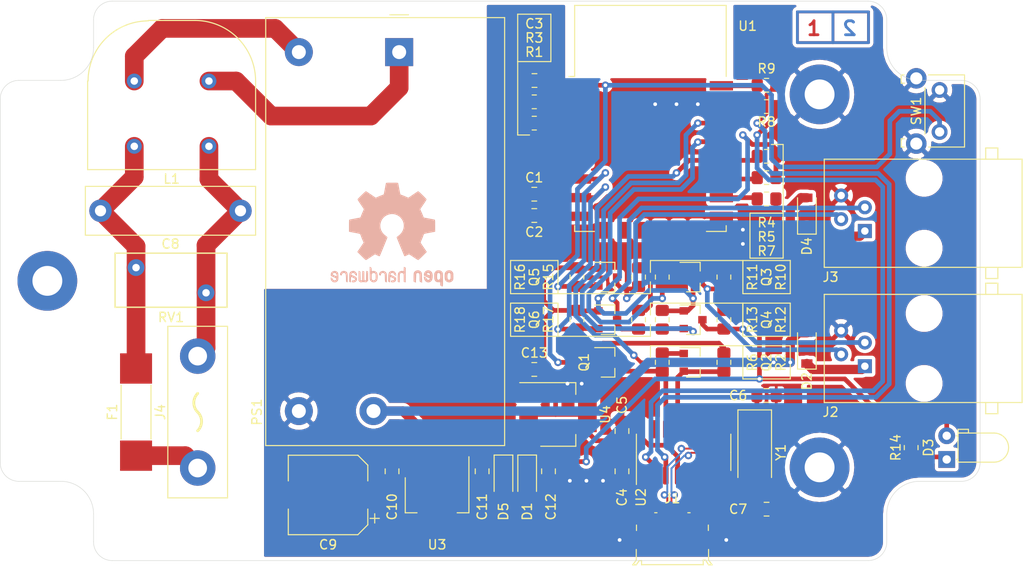
<source format=kicad_pcb>
(kicad_pcb (version 20171130) (host pcbnew "(5.1.9)-1")
  (title_block (title "ESP8266 Dev Board") (date 2021-08-04) (rev 1.0) (company IB))
  (layers (0 F.Cu signal) (31 B.Cu signal) (34 B.Paste user) (35 F.Paste user) (36 B.SilkS user) (37 F.SilkS user) (38 B.Mask user) (39 F.Mask user) (44 Edge.Cuts user))
  (net 0 "")
  (net 1 +3V3)
  (net 2 GND)
  (net 3 "Net-(C6-Pad1)")
  (net 4 "Net-(C7-Pad1)")
  (net 5 "Net-(C8-Pad2)")
  (net 6 "Net-(C8-Pad1)")
  (net 7 +12V)
  (net 8 "Net-(C11-Pad1)")
  (net 9 +5V)
  (net 10 "Net-(D1-Pad2)")
  (net 11 "Net-(D2-Pad1)")
  (net 12 "Net-(D3-Pad1)")
  (net 13 "Net-(D4-Pad1)")
  (net 14 "Net-(F1-Pad2)")
  (net 15 D_N)
  (net 16 D_P)
  (net 17 "Net-(J1-Pad4)")
  (net 18 "Net-(J2-Pad3)")
  (net 19 "Net-(J2-Pad2)")
  (net 20 "Net-(J3-Pad3)")
  (net 21 "Net-(J3-Pad2)")
  (net 22 "Net-(L1-Pad4)")
  (net 23 "Net-(L1-Pad2)")
  (net 24 RST)
  (net 25 RTS)
  (net 26 "Net-(Q1-Pad1)")
  (net 27 DTR)
  (net 28 GPIO0)
  (net 29 "Net-(Q2-Pad1)")
  (net 30 DATA0_1)
  (net 31 DATA1_1)
  (net 32 DATA0_2)
  (net 33 DATA1_2)
  (net 34 EN)
  (net 35 GPIO2)
  (net 36 GPIO15)
  (net 37 RXD)
  (net 38 "Net-(R8-Pad1)")
  (net 39 TXD)
  (net 40 "Net-(R9-Pad1)")
  (net 41 "Net-(U1-Pad14)")
  (net 42 "Net-(U1-Pad13)")
  (net 43 "Net-(U1-Pad12)")
  (net 44 "Net-(U1-Pad11)")
  (net 45 "Net-(U1-Pad10)")
  (net 46 "Net-(U1-Pad9)")
  (net 47 "Net-(U1-Pad5)")
  (net 48 "Net-(U1-Pad4)")
  (net 49 "Net-(U1-Pad2)")
  (net 50 "Net-(U2-Pad15)")
  (net 51 "Net-(U2-Pad12)")
  (net 52 "Net-(U2-Pad11)")
  (net 53 "Net-(U2-Pad10)")
  (net 54 "Net-(U2-Pad9)")
  (module KiCadCustom:RJ11_6P4C-2_54mm_Horizontal (layer F.Cu) (at 199 77.25 90)
    (fp_text reference J2 (at -6.824 -10.024 180) (layer F.SilkS))
    (fp_text value RJ11-CHINA)
    (pad "" np_thru_hole circle (at 3.75 0 90) (size 3.2 3.2) (drill 3.2) (layers *.Cu *.Mask))
    (pad "" np_thru_hole circle (at -3.75 0 90) (size 3.2 3.2) (drill 3.2) (layers *.Cu *.Mask))
    (pad 4 thru_hole circle (at 1.905 -8.89 90) (size 1.5 1.5) (drill 0.8) (layers *.Cu *.Mask) (net 2 GND))
    (pad 3 thru_hole circle (at 0.635 -6.35 90) (size 1.5 1.5) (drill 0.8) (layers *.Cu *.Mask) (net 18 "Net-(J2-Pad3)"))
    (pad 2 thru_hole circle (at -0.635 -8.89 90) (size 1.5 1.5) (drill 0.8) (layers *.Cu *.Mask) (net 19 "Net-(J2-Pad2)"))
    (pad 1 thru_hole rect (at -1.905 -6.35 90) (size 1.5 1.5) (drill 0.8) (layers *.Cu *.Mask) (net 11 "Net-(D2-Pad1)"))
  )
  (module KiCadCustom:RJ11_6P4C-2_54mm_Horizontal (layer F.Cu) (at 199 62.75 90)
    (fp_text reference J3 (at -6.846 -10.024 180) (layer F.SilkS))
    (fp_text value RJ11-CHINA)
    (pad "" np_thru_hole circle (at 3.75 0 90) (size 3.2 3.2) (drill 3.2) (layers *.Cu *.Mask))
    (pad "" np_thru_hole circle (at -3.75 0 90) (size 3.2 3.2) (drill 3.2) (layers *.Cu *.Mask))
    (pad 4 thru_hole circle (at 1.905 -8.89 90) (size 1.5 1.5) (drill 0.8) (layers *.Cu *.Mask) (net 2 GND))
    (pad 3 thru_hole circle (at 0.635 -6.35 90) (size 1.5 1.5) (drill 0.8) (layers *.Cu *.Mask) (net 20 "Net-(J3-Pad3)"))
    (pad 2 thru_hole circle (at -0.635 -8.89 90) (size 1.5 1.5) (drill 0.8) (layers *.Cu *.Mask) (net 21 "Net-(J3-Pad2)"))
    (pad 1 thru_hole rect (at -1.905 -6.35 90) (size 1.5 1.5) (drill 0.8) (layers *.Cu *.Mask) (net 13 "Net-(D4-Pad1)"))
  )
  (module MountingHole:MountingHole_3.2mm_M3_Pad (layer F.Cu) (at 105.05 70)
    (fp_text reference H1 hide)
    (fp_text value MH)
    (pad 1 thru_hole circle (at 0 0) (size 6.4 6.4) (drill 3.2) (layers *.Cu *.Mask))
  )
  (module Symbol:OSHW-Logo2_14.6x12mm_SilkScreen (layer B.Cu) (at 141.986 65.024 180)
    (fp_text reference REF** hide)
    (fp_text value OSHW-Logo2_14.6x12mm_SilkScreen hide)
  )
  (module MountingHole:MountingHole_3.2mm_M3_Pad (layer F.Cu) (at 187.8 50)
    (fp_text reference H3 hide)
    (fp_text value MH)
    (pad 1 thru_hole circle (at 0 0) (size 6.4 6.4) (drill 3.2) (layers *.Cu *.Mask) (net 2 GND))
  )
  (module MountingHole:MountingHole_3.2mm_M3_Pad (layer F.Cu) (at 187.8 90)
    (fp_text reference H2 hide)
    (fp_text value MH)
    (pad 1 thru_hole circle (at 0 0) (size 6.4 6.4) (drill 3.2) (layers *.Cu *.Mask) (net 2 GND))
  )
  (module Crystal:Crystal_SMD_5032-2Pin_5.0x3.2mm_HandSoldering (layer F.Cu) (at 180.848 88.392 270)
    (fp_text reference Y1 (at 0 -2.8 90) (layer F.SilkS))
    (fp_text value ABM3-12.000MHZ-D2Y-T)
    (pad 2 smd rect (at 2.6 0 270) (size 3.5 2.4) (layers F.Cu F.Paste F.Mask) (net 4 "Net-(C7-Pad1)"))
    (pad 1 smd rect (at -2.6 0 270) (size 3.5 2.4) (layers F.Cu F.Paste F.Mask) (net 3 "Net-(C6-Pad1)"))
  )
  (module Package_TO_SOT_SMD:SOT-223-3_TabPin2 (layer F.Cu) (at 159.766 84.328)
    (fp_text reference U4 (at 5.08 0 90) (layer F.SilkS))
    (fp_text value LD1117S33TR)
    (pad 1 smd rect (at -3.15 -2.3) (size 2 1.5) (layers F.Cu F.Paste F.Mask) (net 2 GND))
    (pad 3 smd rect (at -3.15 2.3) (size 2 1.5) (layers F.Cu F.Paste F.Mask) (net 9 +5V))
    (pad 2 smd rect (at -3.15 0) (size 2 1.5) (layers F.Cu F.Paste F.Mask) (net 1 +3V3))
    (pad 2 smd rect (at 3.15 0) (size 2 3.8) (layers F.Cu F.Paste F.Mask) (net 1 +3V3))
  )
  (module Package_TO_SOT_SMD:SOT-223-3_TabPin2 (layer F.Cu) (at 146.812 92.964 270)
    (fp_text reference U3 (at 5.334 0 180) (layer F.SilkS))
    (fp_text value LD1117S50TR)
    (pad 1 smd rect (at -3.15 -2.3 270) (size 2 1.5) (layers F.Cu F.Paste F.Mask) (net 2 GND))
    (pad 3 smd rect (at -3.15 2.3 270) (size 2 1.5) (layers F.Cu F.Paste F.Mask) (net 7 +12V))
    (pad 2 smd rect (at -3.15 0 270) (size 2 1.5) (layers F.Cu F.Paste F.Mask) (net 8 "Net-(C11-Pad1)"))
    (pad 2 smd rect (at 3.15 0 270) (size 2 3.8) (layers F.Cu F.Paste F.Mask) (net 8 "Net-(C11-Pad1)"))
  )
  (module Package_SO:SOIC-16_3.9x9.9mm_P1.27mm (layer F.Cu) (at 173.228 88.392 90)
    (fp_text reference U2 (at -4.826 -4.572 90) (layer F.SilkS))
    (fp_text value CH340G)
    (pad 16 smd roundrect (at 2.475 -4.445 90) (size 1.95 0.6) (layers F.Cu F.Paste F.Mask) (net 1 +3V3))
    (pad 15 smd roundrect (at 2.475 -3.175 90) (size 1.95 0.6) (layers F.Cu F.Paste F.Mask) (net 50 "Net-(U2-Pad15)"))
    (pad 14 smd roundrect (at 2.475 -1.905 90) (size 1.95 0.6) (layers F.Cu F.Paste F.Mask) (net 25 RTS))
    (pad 13 smd roundrect (at 2.475 -0.635 90) (size 1.95 0.6) (layers F.Cu F.Paste F.Mask) (net 27 DTR))
    (pad 12 smd roundrect (at 2.475 0.635 90) (size 1.95 0.6) (layers F.Cu F.Paste F.Mask) (net 51 "Net-(U2-Pad12)"))
    (pad 11 smd roundrect (at 2.475 1.905 90) (size 1.95 0.6) (layers F.Cu F.Paste F.Mask) (net 52 "Net-(U2-Pad11)"))
    (pad 10 smd roundrect (at 2.475 3.175 90) (size 1.95 0.6) (layers F.Cu F.Paste F.Mask) (net 53 "Net-(U2-Pad10)"))
    (pad 9 smd roundrect (at 2.475 4.445 90) (size 1.95 0.6) (layers F.Cu F.Paste F.Mask) (net 54 "Net-(U2-Pad9)"))
    (pad 8 smd roundrect (at -2.475 4.445 90) (size 1.95 0.6) (layers F.Cu F.Paste F.Mask) (net 4 "Net-(C7-Pad1)"))
    (pad 7 smd roundrect (at -2.475 3.175 90) (size 1.95 0.6) (layers F.Cu F.Paste F.Mask) (net 3 "Net-(C6-Pad1)"))
    (pad 6 smd roundrect (at -2.475 1.905 90) (size 1.95 0.6) (layers F.Cu F.Paste F.Mask) (net 15 D_N))
    (pad 5 smd roundrect (at -2.475 0.635 90) (size 1.95 0.6) (layers F.Cu F.Paste F.Mask) (net 16 D_P))
    (pad 4 smd roundrect (at -2.475 -0.635 90) (size 1.95 0.6) (layers F.Cu F.Paste F.Mask) (net 1 +3V3))
    (pad 3 smd roundrect (at -2.475 -1.905 90) (size 1.95 0.6) (layers F.Cu F.Paste F.Mask) (net 40 "Net-(R9-Pad1)"))
    (pad 2 smd roundrect (at -2.475 -3.175 90) (size 1.95 0.6) (layers F.Cu F.Paste F.Mask) (net 38 "Net-(R8-Pad1)"))
    (pad 1 smd roundrect (at -2.475 -4.445 90) (size 1.95 0.6) (layers F.Cu F.Paste F.Mask) (net 2 GND))
  )
  (module RF_Module:ESP-12E (layer F.Cu) (at 169.672 52.578)
    (fp_text reference U1 (at 10.414 -9.906) (layer F.SilkS))
    (fp_text value ESP-12F)
    (pad 22 smd rect (at 7.6 -3.5) (size 2.5 1) (layers F.Cu F.Paste F.Mask) (net 39 TXD))
    (pad 21 smd rect (at 7.6 -1.5) (size 2.5 1) (layers F.Cu F.Paste F.Mask) (net 37 RXD))
    (pad 20 smd rect (at 7.6 0.5) (size 2.5 1) (layers F.Cu F.Paste F.Mask) (net 31 DATA1_1))
    (pad 19 smd rect (at 7.6 2.5) (size 2.5 1) (layers F.Cu F.Paste F.Mask) (net 30 DATA0_1))
    (pad 18 smd rect (at 7.6 4.5) (size 2.5 1) (layers F.Cu F.Paste F.Mask) (net 28 GPIO0))
    (pad 17 smd rect (at 7.6 6.5) (size 2.5 1) (layers F.Cu F.Paste F.Mask) (net 35 GPIO2))
    (pad 16 smd rect (at 7.6 8.5) (size 2.5 1) (layers F.Cu F.Paste F.Mask) (net 36 GPIO15))
    (pad 15 smd rect (at 7.6 10.5) (size 2.5 1) (layers F.Cu F.Paste F.Mask) (net 2 GND))
    (pad 14 smd rect (at 5 12) (size 1 1.8) (layers F.Cu F.Paste F.Mask) (net 41 "Net-(U1-Pad14)"))
    (pad 13 smd rect (at 3 12) (size 1 1.8) (layers F.Cu F.Paste F.Mask) (net 42 "Net-(U1-Pad13)"))
    (pad 12 smd rect (at 1 12) (size 1 1.8) (layers F.Cu F.Paste F.Mask) (net 43 "Net-(U1-Pad12)"))
    (pad 11 smd rect (at -1 12) (size 1 1.8) (layers F.Cu F.Paste F.Mask) (net 44 "Net-(U1-Pad11)"))
    (pad 10 smd rect (at -3 12) (size 1 1.8) (layers F.Cu F.Paste F.Mask) (net 45 "Net-(U1-Pad10)"))
    (pad 9 smd rect (at -5 12) (size 1 1.8) (layers F.Cu F.Paste F.Mask) (net 46 "Net-(U1-Pad9)"))
    (pad 8 smd rect (at -7.6 10.5) (size 2.5 1) (layers F.Cu F.Paste F.Mask) (net 1 +3V3))
    (pad 7 smd rect (at -7.6 8.5) (size 2.5 1) (layers F.Cu F.Paste F.Mask) (net 33 DATA1_2))
    (pad 6 smd rect (at -7.6 6.5) (size 2.5 1) (layers F.Cu F.Paste F.Mask) (net 32 DATA0_2))
    (pad 5 smd rect (at -7.6 4.5) (size 2.5 1) (layers F.Cu F.Paste F.Mask) (net 47 "Net-(U1-Pad5)"))
    (pad 4 smd rect (at -7.6 2.5) (size 2.5 1) (layers F.Cu F.Paste F.Mask) (net 48 "Net-(U1-Pad4)"))
    (pad 3 smd rect (at -7.6 0.5) (size 2.5 1) (layers F.Cu F.Paste F.Mask) (net 34 EN))
    (pad 2 smd rect (at -7.6 -1.5) (size 2.5 1) (layers F.Cu F.Paste F.Mask) (net 49 "Net-(U1-Pad2)"))
    (pad 1 smd rect (at -7.6 -3.5) (size 2.5 1) (layers F.Cu F.Paste F.Mask) (net 24 RST))
  )
  (module KiCadCustom:SW_Tactile_SKHH_Angled (layer F.Cu) (at 200.66 49.53 270)
    (fp_text reference SW1 (at 2.25 2.5 90) (layer F.SilkS))
    (fp_text value B3F-3152)
    (pad 1 thru_hole circle (at 0 0 90) (size 1.7 1.7) (drill 1) (layers *.Cu *.Mask) (net 2 GND))
    (pad 2 thru_hole circle (at 4.5 0 90) (size 1.7 1.7) (drill 1) (layers *.Cu *.Mask) (net 24 RST))
    (pad 4 thru_hole circle (at -1.25 2.5 90) (size 2.2 2.2) (drill 1.3) (layers *.Cu *.Mask) (net 2 GND))
    (pad 3 thru_hole circle (at 5.75 2.5 90) (size 2.2 2.2) (drill 1.3) (layers *.Cu *.Mask) (net 2 GND))
  )
  (module Varistor:RV_Disc_D12mm_W5.8mm_P7.5mm (layer F.Cu) (at 114.554 68.58)
    (fp_text reference RV1 (at 3.75 5.334) (layer F.SilkS))
    (fp_text value MOV-10D561K)
    (pad 2 thru_hole circle (at 7.5 2.7) (size 1.8 1.8) (drill 0.8) (layers *.Cu *.Mask) (net 5 "Net-(C8-Pad2)"))
    (pad 1 thru_hole circle (at 0 0) (size 1.8 1.8) (drill 0.8) (layers *.Cu *.Mask) (net 6 "Net-(C8-Pad1)"))
  )
  (module Resistor_SMD:R_0805_2012Metric_Pad1.20x1.40mm_HandSolder (layer F.Cu) (at 161.798 74.168 270)
    (fp_text reference R18 (at 0 6.096 90) (layer F.SilkS))
    (fp_text value 10k)
    (pad 2 smd roundrect (at 1 0 270) (size 1.2 1.4) (layers F.Cu F.Paste F.Mask) (roundrect_rratio 0.2083325) (net 33 DATA1_2))
    (pad 1 smd roundrect (at -1 0 270) (size 1.2 1.4) (layers F.Cu F.Paste F.Mask) (roundrect_rratio 0.2083325) (net 1 +3V3))
  )
  (module Resistor_SMD:R_0805_2012Metric_Pad1.20x1.40mm_HandSolder (layer F.Cu) (at 168.402 74.168 270)
    (fp_text reference R17 (at 0 9.652 90) (layer F.SilkS))
    (fp_text value 10k)
    (pad 2 smd roundrect (at 1 0 270) (size 1.2 1.4) (layers F.Cu F.Paste F.Mask) (roundrect_rratio 0.2083325) (net 20 "Net-(J3-Pad3)"))
    (pad 1 smd roundrect (at -1 0 270) (size 1.2 1.4) (layers F.Cu F.Paste F.Mask) (roundrect_rratio 0.2083325) (net 9 +5V))
  )
  (module Resistor_SMD:R_0805_2012Metric_Pad1.20x1.40mm_HandSolder (layer F.Cu) (at 161.798 69.596 270)
    (fp_text reference R16 (at 0 6.096 270) (layer F.SilkS))
    (fp_text value 10k)
    (pad 2 smd roundrect (at 1 0 270) (size 1.2 1.4) (layers F.Cu F.Paste F.Mask) (roundrect_rratio 0.2083325) (net 32 DATA0_2))
    (pad 1 smd roundrect (at -1 0 270) (size 1.2 1.4) (layers F.Cu F.Paste F.Mask) (roundrect_rratio 0.2083325) (net 1 +3V3))
  )
  (module Resistor_SMD:R_0805_2012Metric_Pad1.20x1.40mm_HandSolder (layer F.Cu) (at 168.402 69.596 270)
    (fp_text reference R15 (at 0 9.652 270) (layer F.SilkS))
    (fp_text value 10k)
    (pad 2 smd roundrect (at 1 0 270) (size 1.2 1.4) (layers F.Cu F.Paste F.Mask) (roundrect_rratio 0.2083325) (net 21 "Net-(J3-Pad2)"))
    (pad 1 smd roundrect (at -1 0 270) (size 1.2 1.4) (layers F.Cu F.Paste F.Mask) (roundrect_rratio 0.2083325) (net 9 +5V))
  )
  (module Resistor_SMD:R_0805_2012Metric_Pad1.20x1.40mm_HandSolder (layer F.Cu) (at 197.612 87.884 90)
    (fp_text reference R14 (at 0 -1.65 90) (layer F.SilkS))
    (fp_text value 470R)
    (pad 2 smd roundrect (at 1 0 90) (size 1.2 1.4) (layers F.Cu F.Paste F.Mask) (roundrect_rratio 0.2083325) (net 2 GND))
    (pad 1 smd roundrect (at -1 0 90) (size 1.2 1.4) (layers F.Cu F.Paste F.Mask) (roundrect_rratio 0.2083325) (net 12 "Net-(D3-Pad1)"))
  )
  (module Resistor_SMD:R_0805_2012Metric_Pad1.20x1.40mm_HandSolder (layer F.Cu) (at 170.942 74.168 270)
    (fp_text reference R13 (at 0 -9.652 90) (layer F.SilkS))
    (fp_text value 10k)
    (pad 2 smd roundrect (at 1 0 270) (size 1.2 1.4) (layers F.Cu F.Paste F.Mask) (roundrect_rratio 0.2083325) (net 31 DATA1_1))
    (pad 1 smd roundrect (at -1 0 270) (size 1.2 1.4) (layers F.Cu F.Paste F.Mask) (roundrect_rratio 0.2083325) (net 1 +3V3))
  )
  (module Resistor_SMD:R_0805_2012Metric_Pad1.20x1.40mm_HandSolder (layer F.Cu) (at 177.546 74.168 270)
    (fp_text reference R12 (at 0 -6.096 90) (layer F.SilkS))
    (fp_text value 10k)
    (pad 2 smd roundrect (at 1 0 270) (size 1.2 1.4) (layers F.Cu F.Paste F.Mask) (roundrect_rratio 0.2083325) (net 18 "Net-(J2-Pad3)"))
    (pad 1 smd roundrect (at -1 0 270) (size 1.2 1.4) (layers F.Cu F.Paste F.Mask) (roundrect_rratio 0.2083325) (net 9 +5V))
  )
  (module Resistor_SMD:R_0805_2012Metric_Pad1.20x1.40mm_HandSolder (layer F.Cu) (at 170.942 69.596 270)
    (fp_text reference R11 (at 0 -9.652 270) (layer F.SilkS))
    (fp_text value 10k)
    (pad 2 smd roundrect (at 1 0 270) (size 1.2 1.4) (layers F.Cu F.Paste F.Mask) (roundrect_rratio 0.2083325) (net 30 DATA0_1))
    (pad 1 smd roundrect (at -1 0 270) (size 1.2 1.4) (layers F.Cu F.Paste F.Mask) (roundrect_rratio 0.2083325) (net 1 +3V3))
  )
  (module Resistor_SMD:R_0805_2012Metric_Pad1.20x1.40mm_HandSolder (layer F.Cu) (at 177.546 69.596 270)
    (fp_text reference R10 (at 0 -6.096 270) (layer F.SilkS))
    (fp_text value 10k)
    (pad 2 smd roundrect (at 1 0 270) (size 1.2 1.4) (layers F.Cu F.Paste F.Mask) (roundrect_rratio 0.2083325) (net 19 "Net-(J2-Pad2)"))
    (pad 1 smd roundrect (at -1 0 270) (size 1.2 1.4) (layers F.Cu F.Paste F.Mask) (roundrect_rratio 0.2083325) (net 9 +5V))
  )
  (module Resistor_SMD:R_0805_2012Metric_Pad1.20x1.40mm_HandSolder (layer F.Cu) (at 182.118 49.022 180)
    (fp_text reference R9 (at 0 1.778) (layer F.SilkS))
    (fp_text value 470R)
    (pad 2 smd roundrect (at 1 0 180) (size 1.2 1.4) (layers F.Cu F.Paste F.Mask) (roundrect_rratio 0.2083325) (net 39 TXD))
    (pad 1 smd roundrect (at -1 0 180) (size 1.2 1.4) (layers F.Cu F.Paste F.Mask) (roundrect_rratio 0.2083325) (net 40 "Net-(R9-Pad1)"))
  )
  (module Resistor_SMD:R_0805_2012Metric_Pad1.20x1.40mm_HandSolder (layer F.Cu) (at 182.118 51.308 180)
    (fp_text reference R8 (at 0 -1.65) (layer F.SilkS))
    (fp_text value 470R)
    (pad 2 smd roundrect (at 1 0 180) (size 1.2 1.4) (layers F.Cu F.Paste F.Mask) (roundrect_rratio 0.2083325) (net 37 RXD))
    (pad 1 smd roundrect (at -1 0 180) (size 1.2 1.4) (layers F.Cu F.Paste F.Mask) (roundrect_rratio 0.2083325) (net 38 "Net-(R8-Pad1)"))
  )
  (module Resistor_SMD:R_0805_2012Metric_Pad1.20x1.40mm_HandSolder (layer F.Cu) (at 182.118 61.214 180)
    (fp_text reference R7 (at 0 -5.588) (layer F.SilkS))
    (fp_text value 10k)
    (pad 2 smd roundrect (at 1 0 180) (size 1.2 1.4) (layers F.Cu F.Paste F.Mask) (roundrect_rratio 0.2083325) (net 36 GPIO15))
    (pad 1 smd roundrect (at -1 0 180) (size 1.2 1.4) (layers F.Cu F.Paste F.Mask) (roundrect_rratio 0.2083325) (net 2 GND))
  )
  (module Resistor_SMD:R_0805_2012Metric_Pad1.20x1.40mm_HandSolder (layer F.Cu) (at 170.942 78.74 90)
    (fp_text reference R6 (at 0 9.652 270) (layer F.SilkS))
    (fp_text value 10k)
    (pad 2 smd roundrect (at 1 0 90) (size 1.2 1.4) (layers F.Cu F.Paste F.Mask) (roundrect_rratio 0.2083325) (net 29 "Net-(Q2-Pad1)"))
    (pad 1 smd roundrect (at -1 0 90) (size 1.2 1.4) (layers F.Cu F.Paste F.Mask) (roundrect_rratio 0.2083325) (net 25 RTS))
  )
  (module Resistor_SMD:R_0805_2012Metric_Pad1.20x1.40mm_HandSolder (layer F.Cu) (at 182.118 58.928 180)
    (fp_text reference R5 (at 0 -6.35) (layer F.SilkS))
    (fp_text value 10k)
    (pad 2 smd roundrect (at 1 0 180) (size 1.2 1.4) (layers F.Cu F.Paste F.Mask) (roundrect_rratio 0.2083325) (net 35 GPIO2))
    (pad 1 smd roundrect (at -1 0 180) (size 1.2 1.4) (layers F.Cu F.Paste F.Mask) (roundrect_rratio 0.2083325) (net 1 +3V3))
  )
  (module Resistor_SMD:R_0805_2012Metric_Pad1.20x1.40mm_HandSolder (layer F.Cu) (at 182.118 56.642 180)
    (fp_text reference R4 (at 0 -7.112) (layer F.SilkS))
    (fp_text value 10k)
    (pad 2 smd roundrect (at 1 0 180) (size 1.2 1.4) (layers F.Cu F.Paste F.Mask) (roundrect_rratio 0.2083325) (net 28 GPIO0))
    (pad 1 smd roundrect (at -1 0 180) (size 1.2 1.4) (layers F.Cu F.Paste F.Mask) (roundrect_rratio 0.2083325) (net 1 +3V3))
  )
  (module Resistor_SMD:R_0805_2012Metric_Pad1.20x1.40mm_HandSolder (layer F.Cu) (at 157.226 50.8)
    (fp_text reference R3 (at 0 -6.858) (layer F.SilkS))
    (fp_text value 10k)
    (pad 2 smd roundrect (at 1 0) (size 1.2 1.4) (layers F.Cu F.Paste F.Mask) (roundrect_rratio 0.2083325) (net 24 RST))
    (pad 1 smd roundrect (at -1 0) (size 1.2 1.4) (layers F.Cu F.Paste F.Mask) (roundrect_rratio 0.2083325) (net 1 +3V3))
  )
  (module Resistor_SMD:R_0805_2012Metric_Pad1.20x1.40mm_HandSolder (layer F.Cu) (at 177.546 78.74 90)
    (fp_text reference R2 (at 0 6.096 270) (layer F.SilkS))
    (fp_text value 10k)
    (pad 2 smd roundrect (at 1 0 90) (size 1.2 1.4) (layers F.Cu F.Paste F.Mask) (roundrect_rratio 0.2083325) (net 26 "Net-(Q1-Pad1)"))
    (pad 1 smd roundrect (at -1 0 90) (size 1.2 1.4) (layers F.Cu F.Paste F.Mask) (roundrect_rratio 0.2083325) (net 27 DTR))
  )
  (module Resistor_SMD:R_0805_2012Metric_Pad1.20x1.40mm_HandSolder (layer F.Cu) (at 157.226 53.086)
    (fp_text reference R1 (at 0 -7.62) (layer F.SilkS))
    (fp_text value 10k)
    (pad 2 smd roundrect (at 1 0) (size 1.2 1.4) (layers F.Cu F.Paste F.Mask) (roundrect_rratio 0.2083325) (net 34 EN))
    (pad 1 smd roundrect (at -1 0) (size 1.2 1.4) (layers F.Cu F.Paste F.Mask) (roundrect_rratio 0.2083325) (net 1 +3V3))
  )
  (module Package_TO_SOT_SMD:SOT-23 (layer F.Cu) (at 165.1 74.168)
    (fp_text reference Q6 (at -7.874 0 90) (layer F.SilkS))
    (fp_text value 2N7002H6327XTSA2)
    (pad 3 smd rect (at 1 0) (size 0.9 0.8) (layers F.Cu F.Paste F.Mask) (net 20 "Net-(J3-Pad3)"))
    (pad 2 smd rect (at -1 0.95) (size 0.9 0.8) (layers F.Cu F.Paste F.Mask) (net 33 DATA1_2))
    (pad 1 smd rect (at -1 -0.95) (size 0.9 0.8) (layers F.Cu F.Paste F.Mask) (net 1 +3V3))
  )
  (module Package_TO_SOT_SMD:SOT-23 (layer F.Cu) (at 165.1 69.596)
    (fp_text reference Q5 (at -7.874 0 90) (layer F.SilkS))
    (fp_text value 2N7002H6327XTSA2)
    (pad 3 smd rect (at 1 0) (size 0.9 0.8) (layers F.Cu F.Paste F.Mask) (net 21 "Net-(J3-Pad2)"))
    (pad 2 smd rect (at -1 0.95) (size 0.9 0.8) (layers F.Cu F.Paste F.Mask) (net 32 DATA0_2))
    (pad 1 smd rect (at -1 -0.95) (size 0.9 0.8) (layers F.Cu F.Paste F.Mask) (net 1 +3V3))
  )
  (module Package_TO_SOT_SMD:SOT-23 (layer F.Cu) (at 174.244 74.168)
    (fp_text reference Q4 (at 7.874 0 90) (layer F.SilkS))
    (fp_text value 2N7002H6327XTSA2)
    (pad 3 smd rect (at 1 0) (size 0.9 0.8) (layers F.Cu F.Paste F.Mask) (net 18 "Net-(J2-Pad3)"))
    (pad 2 smd rect (at -1 0.95) (size 0.9 0.8) (layers F.Cu F.Paste F.Mask) (net 31 DATA1_1))
    (pad 1 smd rect (at -1 -0.95) (size 0.9 0.8) (layers F.Cu F.Paste F.Mask) (net 1 +3V3))
  )
  (module Package_TO_SOT_SMD:SOT-23 (layer F.Cu) (at 174.244 69.596)
    (fp_text reference Q3 (at 7.874 0 90) (layer F.SilkS))
    (fp_text value 2N7002H6327XTSA2)
    (pad 3 smd rect (at 1 0) (size 0.9 0.8) (layers F.Cu F.Paste F.Mask) (net 19 "Net-(J2-Pad2)"))
    (pad 2 smd rect (at -1 0.95) (size 0.9 0.8) (layers F.Cu F.Paste F.Mask) (net 30 DATA0_1))
    (pad 1 smd rect (at -1 -0.95) (size 0.9 0.8) (layers F.Cu F.Paste F.Mask) (net 1 +3V3))
  )
  (module Package_TO_SOT_SMD:SOT-23 (layer F.Cu) (at 174.244 78.74)
    (fp_text reference Q2 (at 7.874 0 90) (layer F.SilkS))
    (fp_text value BC847BLT1G)
    (pad 3 smd rect (at 1 0) (size 0.9 0.8) (layers F.Cu F.Paste F.Mask) (net 28 GPIO0))
    (pad 2 smd rect (at -1 0.95) (size 0.9 0.8) (layers F.Cu F.Paste F.Mask) (net 27 DTR))
    (pad 1 smd rect (at -1 -0.95) (size 0.9 0.8) (layers F.Cu F.Paste F.Mask) (net 29 "Net-(Q2-Pad1)"))
  )
  (module Package_TO_SOT_SMD:SOT-23 (layer F.Cu) (at 165.1 78.74)
    (fp_text reference Q1 (at -2.54 0 90) (layer F.SilkS))
    (fp_text value BC847BLT1G)
    (pad 3 smd rect (at 1 0) (size 0.9 0.8) (layers F.Cu F.Paste F.Mask) (net 24 RST))
    (pad 2 smd rect (at -1 0.95) (size 0.9 0.8) (layers F.Cu F.Paste F.Mask) (net 25 RTS))
    (pad 1 smd rect (at -1 -0.95) (size 0.9 0.8) (layers F.Cu F.Paste F.Mask) (net 26 "Net-(Q1-Pad1)"))
  )
  (module Converter_ACDC:Converter_ACDC_MeanWell_IRM-10-xx_THT (layer F.Cu) (at 142.748 45.466 270)
    (fp_text reference PS1 (at 38.608 15.24 90) (layer F.SilkS))
    (fp_text value IRM-10-12)
    (pad 1 thru_hole rect (at 0 0 270) (size 3 3) (drill 1.5) (layers *.Cu *.Mask) (net 23 "Net-(L1-Pad2)"))
    (pad 4 thru_hole circle (at 38.5 2.75 270) (size 3 3) (drill 1.5) (layers *.Cu *.Mask) (net 7 +12V))
    (pad 2 thru_hole circle (at 0 10.75 270) (size 3 3) (drill 1.5) (layers *.Cu *.Mask) (net 22 "Net-(L1-Pad4)"))
    (pad 3 thru_hole circle (at 38.5 10.75 270) (size 3 3) (drill 1.5) (layers *.Cu *.Mask) (net 2 GND))
  )
  (module KiCadCustom:L_SU9H (layer F.Cu) (at 118.364 52.07 180)
    (fp_text reference L1 (at 0 -7) (layer F.SilkS))
    (fp_text value SU9H-01100)
    (pad 3 thru_hole circle (at 4 -3.5 180) (size 1.6 1.6) (drill 0.8) (layers *.Cu *.Mask) (net 6 "Net-(C8-Pad1)"))
    (pad 4 thru_hole circle (at 4 3.5 180) (size 1.6 1.6) (drill 0.8) (layers *.Cu *.Mask) (net 22 "Net-(L1-Pad4)"))
    (pad 2 thru_hole circle (at -4 3.5 180) (size 1.6 1.6) (drill 0.8) (layers *.Cu *.Mask) (net 23 "Net-(L1-Pad2)"))
    (pad 1 thru_hole circle (at -4 -3.5 180) (size 1.6 1.6) (drill 0.8) (layers *.Cu *.Mask) (net 5 "Net-(C8-Pad2)"))
  )
  (module KiCadCustom:AC_Connector_2x2mm_P12mm (layer F.Cu) (at 121.158 84.074 90)
    (fp_text reference J4 (at 0 -4 90) (layer F.SilkS))
    (fp_text value AC)
    (pad 2 thru_hole circle (at 6 0 90) (size 3.8 3.8) (drill 2) (layers *.Cu *.Mask) (net 5 "Net-(C8-Pad2)"))
    (pad 1 thru_hole circle (at -6 0 90) (size 3.8 3.8) (drill 2) (layers *.Cu *.Mask) (net 14 "Net-(F1-Pad2)"))
  )
  (module KiCadCustom:USB_Micro-B_Amphenol_10118192-0001LF_Horizontal (layer F.Cu) (at 172.028 97.79)
    (fp_text reference J1 (at 0 -4.445) (layer F.SilkS))
    (fp_text value 10118192-0001LF)
    (pad 6 smd rect (at -3.8 0) (size 1.8 1.9) (layers F.Cu F.Paste F.Mask) (net 2 GND))
    (pad 6 smd rect (at 3.8 0) (size 1.8 1.9) (layers F.Cu F.Paste F.Mask) (net 2 GND))
    (pad 6 smd rect (at -1.2 0) (size 1.9 1.9) (layers F.Cu F.Paste F.Mask) (net 2 GND))
    (pad 6 smd rect (at 1.2 0) (size 1.9 1.9) (layers F.Cu F.Paste F.Mask) (net 2 GND))
    (pad 1 smd rect (at -1.3 -2.675) (size 0.4 1.35) (layers F.Cu F.Paste F.Mask) (net 10 "Net-(D1-Pad2)"))
    (pad 2 smd rect (at -0.65 -2.675) (size 0.4 1.35) (layers F.Cu F.Paste F.Mask) (net 15 D_N))
    (pad 3 smd rect (at 0 -2.675) (size 0.4 1.35) (layers F.Cu F.Paste F.Mask) (net 16 D_P))
    (pad 4 smd rect (at 0.65 -2.675) (size 0.4 1.35) (layers F.Cu F.Paste F.Mask) (net 17 "Net-(J1-Pad4)"))
    (pad 5 smd rect (at 1.3 -2.675) (size 0.4 1.35) (layers F.Cu F.Paste F.Mask) (net 2 GND))
    (pad 6 smd rect (at -3.1 -2.55) (size 2.1 1.6) (layers F.Cu F.Paste F.Mask) (net 2 GND))
    (pad 6 smd rect (at 3.1 -2.55) (size 2.1 1.6) (layers F.Cu F.Paste F.Mask) (net 2 GND))
  )
  (module KiCadCustom:Fuse_10x3mm (layer F.Cu) (at 114.554 84.074 270)
    (fp_text reference F1 (at 0 2.54 90) (layer F.SilkS))
    (fp_text value 3405.0163.11)
    (pad 2 smd rect (at 4.675 0 270) (size 3.25 3.43) (layers F.Cu F.Paste F.Mask) (net 14 "Net-(F1-Pad2)"))
    (pad 1 smd rect (at -4.675 0 270) (size 3.25 3.43) (layers F.Cu F.Paste F.Mask) (net 6 "Net-(C8-Pad1)"))
  )
  (module Diode_SMD:D_SOD-123 (layer F.Cu) (at 153.924 90.932 270)
    (fp_text reference D5 (at 3.81 0 90) (layer F.SilkS))
    (fp_text value 1N5819HWQ-7-F)
    (pad 2 smd rect (at 1.65 0 270) (size 0.9 1.2) (layers F.Cu F.Paste F.Mask) (net 8 "Net-(C11-Pad1)"))
    (pad 1 smd rect (at -1.65 0 270) (size 0.9 1.2) (layers F.Cu F.Paste F.Mask) (net 9 +5V))
  )
  (module Diode_SMD:D_SOD-123 (layer F.Cu) (at 186.436 62.738 90)
    (fp_text reference D4 (at -3.556 0 90) (layer F.SilkS))
    (fp_text value 1N5819HWQ-7-F)
    (pad 2 smd rect (at 1.65 0 90) (size 0.9 1.2) (layers F.Cu F.Paste F.Mask) (net 7 +12V))
    (pad 1 smd rect (at -1.65 0 90) (size 0.9 1.2) (layers F.Cu F.Paste F.Mask) (net 13 "Net-(D4-Pad1)"))
  )
  (module LED_THT:LED_D3.0mm_Horizontal_O1.27mm_Z2.0mm (layer F.Cu) (at 201.422 89.154 90)
    (fp_text reference D3 (at 1.27 -1.96 90) (layer F.SilkS))
    (fp_text value PWR)
    (pad 2 thru_hole circle (at 2.54 0 90) (size 1.8 1.8) (drill 0.9) (layers *.Cu *.Mask) (net 9 +5V))
    (pad 1 thru_hole rect (at 0 0 90) (size 1.8 1.8) (drill 0.9) (layers *.Cu *.Mask) (net 12 "Net-(D3-Pad1)"))
  )
  (module Diode_SMD:D_SOD-123 (layer F.Cu) (at 186.436 77.216 90)
    (fp_text reference D2 (at -3.556 0 90) (layer F.SilkS))
    (fp_text value 1N5819HWQ-7-F)
    (pad 2 smd rect (at 1.65 0 90) (size 0.9 1.2) (layers F.Cu F.Paste F.Mask) (net 7 +12V))
    (pad 1 smd rect (at -1.65 0 90) (size 0.9 1.2) (layers F.Cu F.Paste F.Mask) (net 11 "Net-(D2-Pad1)"))
  )
  (module Diode_SMD:D_SOD-123 (layer F.Cu) (at 156.464 90.932 270)
    (fp_text reference D1 (at 3.81 0 90) (layer F.SilkS))
    (fp_text value 1N5819HWQ-7-F)
    (pad 2 smd rect (at 1.65 0 270) (size 0.9 1.2) (layers F.Cu F.Paste F.Mask) (net 10 "Net-(D1-Pad2)"))
    (pad 1 smd rect (at -1.65 0 270) (size 0.9 1.2) (layers F.Cu F.Paste F.Mask) (net 9 +5V))
  )
  (module Capacitor_SMD:C_0805_2012Metric_Pad1.18x1.45mm_HandSolder (layer F.Cu) (at 157.226 79.502 180)
    (fp_text reference C13 (at 0 1.778) (layer F.SilkS))
    (fp_text value 10u)
    (pad 2 smd roundrect (at 1.0375 0 180) (size 1.175 1.45) (layers F.Cu F.Paste F.Mask) (roundrect_rratio 0.2127659574468085) (net 2 GND))
    (pad 1 smd roundrect (at -1.0375 0 180) (size 1.175 1.45) (layers F.Cu F.Paste F.Mask) (roundrect_rratio 0.2127659574468085) (net 1 +3V3))
  )
  (module Capacitor_SMD:C_0805_2012Metric_Pad1.18x1.45mm_HandSolder (layer F.Cu) (at 158.75 90.424 270)
    (fp_text reference C12 (at 3.81 -0.254 90) (layer F.SilkS))
    (fp_text value 100n)
    (pad 2 smd roundrect (at 1.0375 0 270) (size 1.175 1.45) (layers F.Cu F.Paste F.Mask) (roundrect_rratio 0.2127659574468085) (net 2 GND))
    (pad 1 smd roundrect (at -1.0375 0 270) (size 1.175 1.45) (layers F.Cu F.Paste F.Mask) (roundrect_rratio 0.2127659574468085) (net 9 +5V))
  )
  (module Capacitor_SMD:C_0805_2012Metric_Pad1.18x1.45mm_HandSolder (layer F.Cu) (at 151.638 90.424 90)
    (fp_text reference C11 (at -3.81 0 90) (layer F.SilkS))
    (fp_text value 10u)
    (pad 2 smd roundrect (at 1.0375 0 90) (size 1.175 1.45) (layers F.Cu F.Paste F.Mask) (roundrect_rratio 0.2127659574468085) (net 2 GND))
    (pad 1 smd roundrect (at -1.0375 0 90) (size 1.175 1.45) (layers F.Cu F.Paste F.Mask) (roundrect_rratio 0.2127659574468085) (net 8 "Net-(C11-Pad1)"))
  )
  (module Capacitor_SMD:C_0805_2012Metric_Pad1.18x1.45mm_HandSolder (layer F.Cu) (at 141.986 90.424 90)
    (fp_text reference C10 (at -3.81 0 90) (layer F.SilkS))
    (fp_text value 100n)
    (pad 2 smd roundrect (at 1.0375 0 90) (size 1.175 1.45) (layers F.Cu F.Paste F.Mask) (roundrect_rratio 0.2127659574468085) (net 2 GND))
    (pad 1 smd roundrect (at -1.0375 0 90) (size 1.175 1.45) (layers F.Cu F.Paste F.Mask) (roundrect_rratio 0.2127659574468085) (net 7 +12V))
  )
  (module Capacitor_SMD:CP_Elec_8x5.4 (layer F.Cu) (at 135.128 92.964 180)
    (fp_text reference C9 (at 0 -5.334) (layer F.SilkS))
    (fp_text value 220u)
    (pad 2 smd roundrect (at 3.05 0 180) (size 4 2.5) (layers F.Cu F.Paste F.Mask) (roundrect_rratio 0.1) (net 2 GND))
    (pad 1 smd roundrect (at -3.05 0 180) (size 4 2.5) (layers F.Cu F.Paste F.Mask) (roundrect_rratio 0.1) (net 7 +12V))
  )
  (module Capacitor_THT:C_Rect_L18.0mm_W5.0mm_P15.00mm_FKS3_FKP3 (layer F.Cu) (at 110.744 62.484)
    (fp_text reference C8 (at 7.5 3.556) (layer F.SilkS))
    (fp_text value 0.1u/275Vac)
    (pad 2 thru_hole circle (at 15 0) (size 2.4 2.4) (drill 1.2) (layers *.Cu *.Mask) (net 5 "Net-(C8-Pad2)"))
    (pad 1 thru_hole circle (at 0 0) (size 2.4 2.4) (drill 1.2) (layers *.Cu *.Mask) (net 6 "Net-(C8-Pad1)"))
  )
  (module Capacitor_SMD:C_0805_2012Metric_Pad1.18x1.45mm_HandSolder (layer F.Cu) (at 182.118 94.488)
    (fp_text reference C7 (at -3.048 0) (layer F.SilkS))
    (fp_text value 18p)
    (pad 2 smd roundrect (at 1.0375 0) (size 1.175 1.45) (layers F.Cu F.Paste F.Mask) (roundrect_rratio 0.2127659574468085) (net 2 GND))
    (pad 1 smd roundrect (at -1.0375 0) (size 1.175 1.45) (layers F.Cu F.Paste F.Mask) (roundrect_rratio 0.2127659574468085) (net 4 "Net-(C7-Pad1)"))
  )
  (module Capacitor_SMD:C_0805_2012Metric_Pad1.18x1.45mm_HandSolder (layer F.Cu) (at 182.118 82.296)
    (fp_text reference C6 (at -3.048 0) (layer F.SilkS))
    (fp_text value 18p)
    (pad 2 smd roundrect (at 1.0375 0) (size 1.175 1.45) (layers F.Cu F.Paste F.Mask) (roundrect_rratio 0.2127659574468085) (net 2 GND))
    (pad 1 smd roundrect (at -1.0375 0) (size 1.175 1.45) (layers F.Cu F.Paste F.Mask) (roundrect_rratio 0.2127659574468085) (net 3 "Net-(C6-Pad1)"))
  )
  (module Capacitor_SMD:C_0805_2012Metric_Pad1.18x1.45mm_HandSolder (layer F.Cu) (at 166.624 86.106 90)
    (fp_text reference C5 (at 2.794 0 90) (layer F.SilkS))
    (fp_text value 10u)
    (pad 2 smd roundrect (at 1.0375 0 90) (size 1.175 1.45) (layers F.Cu F.Paste F.Mask) (roundrect_rratio 0.2127659574468085) (net 2 GND))
    (pad 1 smd roundrect (at -1.0375 0 90) (size 1.175 1.45) (layers F.Cu F.Paste F.Mask) (roundrect_rratio 0.2127659574468085) (net 1 +3V3))
  )
  (module Capacitor_SMD:C_0805_2012Metric_Pad1.18x1.45mm_HandSolder (layer F.Cu) (at 166.624 90.424 270)
    (fp_text reference C4 (at 2.794 0 90) (layer F.SilkS))
    (fp_text value 100n)
    (pad 2 smd roundrect (at 1.0375 0 270) (size 1.175 1.45) (layers F.Cu F.Paste F.Mask) (roundrect_rratio 0.2127659574468085) (net 2 GND))
    (pad 1 smd roundrect (at -1.0375 0 270) (size 1.175 1.45) (layers F.Cu F.Paste F.Mask) (roundrect_rratio 0.2127659574468085) (net 1 +3V3))
  )
  (module Capacitor_SMD:C_0805_2012Metric_Pad1.18x1.45mm_HandSolder (layer F.Cu) (at 157.2475 48.514 180)
    (fp_text reference C3 (at 0.0215 6.096) (layer F.SilkS))
    (fp_text value 100n)
    (pad 2 smd roundrect (at 1.0375 0 180) (size 1.175 1.45) (layers F.Cu F.Paste F.Mask) (roundrect_rratio 0.2127659574468085) (net 2 GND))
    (pad 1 smd roundrect (at -1.0375 0 180) (size 1.175 1.45) (layers F.Cu F.Paste F.Mask) (roundrect_rratio 0.2127659574468085) (net 24 RST))
  )
  (module Capacitor_SMD:C_0805_2012Metric_Pad1.18x1.45mm_HandSolder (layer F.Cu) (at 157.226 62.992 180)
    (fp_text reference C2 (at 0 -1.778) (layer F.SilkS))
    (fp_text value 100n)
    (pad 2 smd roundrect (at 1.0375 0 180) (size 1.175 1.45) (layers F.Cu F.Paste F.Mask) (roundrect_rratio 0.2127659574468085) (net 2 GND))
    (pad 1 smd roundrect (at -1.0375 0 180) (size 1.175 1.45) (layers F.Cu F.Paste F.Mask) (roundrect_rratio 0.2127659574468085) (net 1 +3V3))
  )
  (module Capacitor_SMD:C_0805_2012Metric_Pad1.18x1.45mm_HandSolder (layer F.Cu) (at 157.226 60.706)
    (fp_text reference C1 (at 0 -1.778) (layer F.SilkS))
    (fp_text value 10u)
    (pad 2 smd roundrect (at 1.0375 0) (size 1.175 1.45) (layers F.Cu F.Paste F.Mask) (roundrect_rratio 0.2127659574468085) (net 1 +3V3))
    (pad 1 smd roundrect (at -1.0375 0) (size 1.175 1.45) (layers F.Cu F.Paste F.Mask) (roundrect_rratio 0.2127659574468085) (net 2 GND))
  )
  (gr_arc (start 112 42) (end 112 40) (angle -90) (layer Edge.Cuts) (width 0.05))
  (gr_arc (start 102 50.5) (end 102 48.5) (angle -90) (layer Edge.Cuts) (width 0.05))
  (gr_arc (start 102 89.5) (end 100 89.5) (angle -90) (layer Edge.Cuts) (width 0.05))
  (gr_arc (start 112 98) (end 110 98) (angle -90) (layer Edge.Cuts) (width 0.05))
  (gr_arc (start 193 98) (end 193 100) (angle -90) (layer Edge.Cuts) (width 0.05))
  (gr_arc (start 203 89.5) (end 203 91.5) (angle -90) (layer Edge.Cuts) (width 0.05))
  (gr_arc (start 203 50.5) (end 205 50.5) (angle -90) (layer Edge.Cuts) (width 0.05))
  (gr_arc (start 193 42) (end 195 42) (angle -90) (layer Edge.Cuts) (width 0.05))
  (gr_line (start 195 45) (end 195 42) (layer Edge.Cuts) (width 0.05))
  (gr_line (start 198.5 48.5) (end 203 48.5) (layer Edge.Cuts) (width 0.05))
  (gr_line (start 195 95) (end 195 98) (layer Edge.Cuts) (width 0.05))
  (gr_line (start 198.5 91.5) (end 203 91.5) (layer Edge.Cuts) (width 0.05))
  (gr_arc (start 198.5 95) (end 198.5 91.5) (angle -90) (layer Edge.Cuts) (width 0.05))
  (gr_arc (start 198.5 45) (end 195 45) (angle -90) (layer Edge.Cuts) (width 0.05))
  (gr_line (start 106.5 48.5) (end 102 48.5) (layer Edge.Cuts) (width 0.05))
  (gr_line (start 110 45) (end 110 42) (layer Edge.Cuts) (width 0.05))
  (gr_arc (start 106.5 45) (end 106.5 48.5) (angle -90) (layer Edge.Cuts) (width 0.05))
  (gr_line (start 106.5 91.5) (end 102 91.5) (layer Edge.Cuts) (width 0.05))
  (gr_line (start 110 95) (end 110 98) (layer Edge.Cuts) (width 0.05))
  (gr_arc (start 106.5 95) (end 110 95) (angle -90) (layer Edge.Cuts) (width 0.05))
  (gr_line (start 189.23 41.148) (end 193.04 41.148) (layer B.Cu) (width 0.3))
  (gr_line (start 185.42 41.148) (end 189.23 41.148) (layer B.Cu) (width 0.3))
  (gr_line (start 185.42 44.45) (end 189.23 44.45) (layer B.Cu) (width 0.3))
  (gr_line (start 189.23 44.45) (end 193.04 44.45) (layer B.Cu) (width 0.3))
  (gr_line (start 185.42 41.148) (end 185.42 44.45) (layer B.Cu) (width 0.3))
  (gr_line (start 189.23 41.148) (end 189.23 44.45) (layer B.Cu) (width 0.3))
  (gr_line (start 193.04 41.148) (end 193.04 44.45) (layer B.Cu) (width 0.3))
  (gr_line (start 193.04 41.148) (end 193.04 44.45) (layer F.Cu) (width 0.3))
  (gr_line (start 185.42 41.148) (end 185.42 44.45) (layer F.Cu) (width 0.3))
  (gr_line (start 189.23 41.148) (end 185.42 41.148) (layer F.Cu) (width 0.3))
  (gr_line (start 193.04 41.148) (end 189.23 41.148) (layer F.Cu) (width 0.3))
  (gr_line (start 193.04 44.45) (end 189.23 44.45) (layer F.Cu) (width 0.3))
  (gr_line (start 189.23 44.45) (end 185.42 44.45) (layer F.Cu) (width 0.3))
  (gr_line (start 189.23 41.148) (end 189.23 44.45) (layer F.Cu) (width 0.3))
  (gr_text 1 (at 187.198 42.926) (layer F.Cu) (effects (font (size 1.5 1.5) (thickness 0.3))))
  (gr_text 2 (at 191.008 42.926) (layer B.Cu) (effects (font (size 1.5 1.5) (thickness 0.3)) (justify mirror)))
  (gr_line (start 155.448 46.482) (end 155.448 41.402) (layer F.SilkS) (width 0.12))
  (gr_line (start 155.448 54.356) (end 156.718 54.356) (layer F.SilkS) (width 0.12))
  (gr_line (start 155.448 54.102) (end 155.448 54.356) (layer F.SilkS) (width 0.12))
  (gr_line (start 155.448 46.482) (end 155.448 54.102) (layer F.SilkS) (width 0.12))
  (gr_line (start 159.004 46.482) (end 155.448 46.482) (layer F.SilkS) (width 0.12))
  (gr_line (start 159.004 41.402) (end 159.004 46.482) (layer F.SilkS) (width 0.12))
  (gr_line (start 155.448 41.402) (end 159.004 41.402) (layer F.SilkS) (width 0.12))
  (gr_line (start 180.34 62.738) (end 183.896 62.738) (layer F.SilkS) (width 0.12))
  (gr_line (start 180.34 67.564) (end 180.34 62.738) (layer F.SilkS) (width 0.12))
  (gr_line (start 183.896 67.564) (end 180.34 67.564) (layer F.SilkS) (width 0.12))
  (gr_line (start 183.896 55.372) (end 183.896 67.564) (layer F.SilkS) (width 0.12))
  (gr_line (start 182.626 55.372) (end 183.896 55.372) (layer F.SilkS) (width 0.12))
  (gr_line (start 179.578 80.518) (end 179.578 76.962) (layer F.SilkS) (width 0.12))
  (gr_line (start 184.658 80.518) (end 179.578 80.518) (layer F.SilkS) (width 0.12))
  (gr_line (start 184.658 76.962) (end 184.658 80.518) (layer F.SilkS) (width 0.12))
  (gr_line (start 169.672 76.962) (end 184.658 76.962) (layer F.SilkS) (width 0.12))
  (gr_line (start 169.672 78.232) (end 169.672 76.962) (layer F.SilkS) (width 0.12))
  (gr_line (start 169.672 72.39) (end 169.672 73.66) (layer F.SilkS) (width 0.12))
  (gr_line (start 179.578 72.39) (end 169.672 72.39) (layer F.SilkS) (width 0.12))
  (gr_line (start 179.578 75.946) (end 179.578 72.39) (layer F.SilkS) (width 0.12))
  (gr_line (start 184.658 75.946) (end 179.578 75.946) (layer F.SilkS) (width 0.12))
  (gr_line (start 184.658 72.39) (end 184.658 75.946) (layer F.SilkS) (width 0.12))
  (gr_line (start 179.578 72.39) (end 184.658 72.39) (layer F.SilkS) (width 0.12))
  (gr_line (start 179.578 75.946) (end 179.578 72.39) (layer F.SilkS) (width 0.12))
  (gr_line (start 169.672 67.818) (end 169.672 69.088) (layer F.SilkS) (width 0.12))
  (gr_line (start 184.658 67.818) (end 169.672 67.818) (layer F.SilkS) (width 0.12))
  (gr_line (start 184.658 71.374) (end 184.658 67.818) (layer F.SilkS) (width 0.12))
  (gr_line (start 179.578 71.374) (end 184.658 71.374) (layer F.SilkS) (width 0.12))
  (gr_line (start 179.578 67.818) (end 179.578 71.374) (layer F.SilkS) (width 0.12))
  (gr_line (start 169.672 75.946) (end 169.672 74.676) (layer F.SilkS) (width 0.12))
  (gr_line (start 154.686 75.946) (end 169.672 75.946) (layer F.SilkS) (width 0.12))
  (gr_line (start 154.686 72.39) (end 154.686 75.946) (layer F.SilkS) (width 0.12))
  (gr_line (start 154.94 72.39) (end 154.686 72.39) (layer F.SilkS) (width 0.12))
  (gr_line (start 159.766 72.39) (end 154.94 72.39) (layer F.SilkS) (width 0.12))
  (gr_line (start 159.766 75.946) (end 159.766 72.39) (layer F.SilkS) (width 0.12))
  (gr_line (start 159.766 67.818) (end 159.766 71.374) (layer F.SilkS) (width 0.12))
  (gr_line (start 154.686 67.818) (end 159.766 67.818) (layer F.SilkS) (width 0.12))
  (gr_line (start 169.672 71.374) (end 169.672 70.104) (layer F.SilkS) (width 0.12))
  (gr_line (start 154.686 71.374) (end 169.672 71.374) (layer F.SilkS) (width 0.12))
  (gr_line (start 154.686 67.818) (end 154.686 71.374) (layer F.SilkS) (width 0.12))
  (gr_line (start 205 50.5) (end 205 89.5) (layer Edge.Cuts) (width 0.05))
  (gr_line (start 100 89.5) (end 100 50.5) (layer Edge.Cuts) (width 0.05))
  (gr_line (start 112 40) (end 193 40) (layer Edge.Cuts) (width 0.05))
  (gr_line (start 112 100) (end 193 100) (layer Edge.Cuts) (width 0.05))
  (segment (start 162.916 84.328) (end 162.916 86.208) (width 0.5) (layer F.Cu) (net 1))
  (segment (start 163.8515 87.1435) (end 166.624 87.1435) (width 0.5) (layer F.Cu) (net 1))
  (segment (start 162.916 86.208) (end 163.8515 87.1435) (width 0.5) (layer F.Cu) (net 1))
  (segment (start 166.624 89.3865) (end 166.624 87.1435) (width 0.5) (layer F.Cu) (net 1))
  (segment (start 166.624 87.1435) (end 168.3805 87.1435) (width 0.5) (layer F.Cu) (net 1))
  (segment (start 168.3805 87.1435) (end 168.783 86.741) (width 0.5) (layer F.Cu) (net 1))
  (segment (start 183.118 58.928) (end 183.118 56.642) (width 0.5) (layer F.Cu) (net 1))
  (segment (start 156.226 53.086) (end 156.226 50.8) (width 0.5) (layer F.Cu) (net 1))
  (segment (start 158.3495 63.078) (end 158.2635 62.992) (width 0.5) (layer F.Cu) (net 1))
  (segment (start 162.072 63.078) (end 158.3495 63.078) (width 0.5) (layer F.Cu) (net 1))
  (segment (start 158.2635 79.502) (end 159.004 79.502) (width 0.5) (layer F.Cu) (net 1))
  (segment (start 159.512 80.01) (end 159.512 84.328) (width 0.5) (layer F.Cu) (net 1))
  (segment (start 159.512 84.328) (end 162.916 84.328) (width 0.5) (layer F.Cu) (net 1))
  (segment (start 159.004 79.502) (end 159.512 80.01) (width 0.5) (layer F.Cu) (net 1))
  (segment (start 156.616 84.328) (end 159.512 84.328) (width 0.5) (layer F.Cu) (net 1))
  (segment (start 170.992 68.646) (end 170.942 68.596) (width 0.5) (layer F.Cu) (net 1))
  (segment (start 173.244 68.646) (end 170.992 68.646) (width 0.5) (layer F.Cu) (net 1))
  (segment (start 161.848 68.646) (end 161.798 68.596) (width 0.5) (layer F.Cu) (net 1))
  (segment (start 164.1 68.646) (end 161.848 68.646) (width 0.5) (layer F.Cu) (net 1))
  (segment (start 161.848 73.218) (end 161.798 73.168) (width 0.5) (layer F.Cu) (net 1))
  (segment (start 164.1 73.218) (end 161.848 73.218) (width 0.5) (layer F.Cu) (net 1))
  (segment (start 170.992 73.218) (end 170.942 73.168) (width 0.5) (layer F.Cu) (net 1))
  (segment (start 173.244 73.218) (end 170.992 73.218) (width 0.5) (layer F.Cu) (net 1))
  (segment (start 159.274 68.596) (end 161.798 68.596) (width 0.5) (layer F.Cu) (net 1))
  (segment (start 158.2635 67.5855) (end 159.274 68.596) (width 0.5) (layer F.Cu) (net 1))
  (segment (start 161.798 73.168) (end 159.242 73.168) (width 0.5) (layer F.Cu) (net 1))
  (segment (start 158.2635 74.1465) (end 158.2635 79.502) (width 0.5) (layer F.Cu) (net 1))
  (segment (start 159.242 73.168) (end 158.2635 74.1465) (width 0.5) (layer F.Cu) (net 1))
  (segment (start 159.242 73.168) (end 159.242 73.136) (width 0.5) (layer F.Cu) (net 1))
  (segment (start 159.242 73.136) (end 158.242 72.136) (width 0.5) (layer F.Cu) (net 1))
  (segment (start 158.242 69.628) (end 159.274 68.596) (width 0.5) (layer F.Cu) (net 1))
  (segment (start 158.242 72.136) (end 158.242 69.628) (width 0.5) (layer F.Cu) (net 1))
  (segment (start 168.783 86.892) (end 168.783 85.917) (width 0.5) (layer F.Cu) (net 1))
  (segment (start 169.521 87.63) (end 168.783 86.892) (width 0.5) (layer F.Cu) (net 1))
  (segment (start 171.38169 87.63) (end 169.521 87.63) (width 0.5) (layer F.Cu) (net 1))
  (segment (start 172.593 88.84131) (end 171.38169 87.63) (width 0.5) (layer F.Cu) (net 1))
  (segment (start 172.593 90.867) (end 172.593 88.84131) (width 0.5) (layer F.Cu) (net 1))
  (segment (start 173.244 68.646) (end 173.548 68.646) (width 0.5) (layer F.Cu) (net 1))
  (segment (start 173.548 68.646) (end 174.244 69.342) (width 0.5) (layer F.Cu) (net 1))
  (segment (start 174.244 69.342) (end 174.244 71.882) (width 0.5) (layer F.Cu) (net 1))
  (segment (start 173.67 73.218) (end 173.244 73.218) (width 0.5) (layer F.Cu) (net 1))
  (segment (start 174.244 72.644) (end 173.67 73.218) (width 0.5) (layer F.Cu) (net 1))
  (segment (start 174.244 71.882) (end 174.244 72.644) (width 0.5) (layer F.Cu) (net 1))
  (via (at 174.244 71.882) (size 0.8) (drill 0.4) (layers F.Cu B.Cu) (net 1))
  (via (at 164.084 71.882) (size 0.8) (drill 0.4) (layers F.Cu B.Cu) (net 1))
  (segment (start 164.1 71.898) (end 164.084 71.882) (width 0.5) (layer F.Cu) (net 1))
  (segment (start 164.1 73.218) (end 164.1 71.898) (width 0.5) (layer F.Cu) (net 1))
  (segment (start 164.680001 73.494001) (end 164.084 72.898) (width 0.5) (layer B.Cu) (net 1))
  (segment (start 167.043999 73.494001) (end 164.680001 73.494001) (width 0.5) (layer B.Cu) (net 1))
  (segment (start 164.084 72.898) (end 164.084 71.882) (width 0.5) (layer B.Cu) (net 1))
  (segment (start 169.506001 71.031999) (end 167.043999 73.494001) (width 0.5) (layer B.Cu) (net 1))
  (segment (start 173.393999 71.031999) (end 169.506001 71.031999) (width 0.5) (layer B.Cu) (net 1))
  (segment (start 174.244 71.882) (end 173.393999 71.031999) (width 0.5) (layer B.Cu) (net 1))
  (segment (start 164.084 71.882) (end 166.37 69.596) (width 0.5) (layer B.Cu) (net 1))
  (segment (start 166.37 69.596) (end 166.37 63.246) (width 0.5) (layer B.Cu) (net 1))
  (segment (start 166.37 63.246) (end 168.402 61.214) (width 0.5) (layer B.Cu) (net 1))
  (segment (start 168.402 61.214) (end 179.07 61.214) (width 0.5) (layer B.Cu) (net 1))
  (segment (start 179.07 61.214) (end 180.086 60.198) (width 0.5) (layer B.Cu) (net 1))
  (via (at 179.578 54.356) (size 0.8) (drill 0.4) (layers F.Cu B.Cu) (net 1))
  (segment (start 180.086 54.864) (end 179.578 54.356) (width 0.5) (layer B.Cu) (net 1))
  (segment (start 180.086 60.198) (end 180.086 54.864) (width 0.5) (layer B.Cu) (net 1))
  (segment (start 179.578 54.356) (end 180.594 55.372) (width 0.5) (layer F.Cu) (net 1))
  (segment (start 180.594 55.372) (end 182.626 55.372) (width 0.5) (layer F.Cu) (net 1))
  (segment (start 183.118 55.864) (end 183.118 56.642) (width 0.5) (layer F.Cu) (net 1))
  (segment (start 182.626 55.372) (end 183.118 55.864) (width 0.5) (layer F.Cu) (net 1))
  (segment (start 158.2635 67.5855) (end 158.2635 62.992) (width 0.5) (layer F.Cu) (net 1))
  (segment (start 158.2635 62.992) (end 158.2635 60.706) (width 0.5) (layer F.Cu) (net 1))
  (segment (start 156.226 53.086) (end 156.226 57.166) (width 0.5) (layer F.Cu) (net 1))
  (segment (start 158.2635 59.2035) (end 158.2635 60.706) (width 0.5) (layer F.Cu) (net 1))
  (segment (start 156.226 57.166) (end 158.2635 59.2035) (width 0.5) (layer F.Cu) (net 1))
  (segment (start 175.003 95.115) (end 175.128 95.24) (width 0.5) (layer F.Cu) (net 2))
  (segment (start 173.328 95.115) (end 175.003 95.115) (width 0.5) (layer F.Cu) (net 2))
  (segment (start 175.828 97.79) (end 173.228 97.79) (width 0.5) (layer F.Cu) (net 2))
  (segment (start 173.228 97.79) (end 170.828 97.79) (width 0.5) (layer F.Cu) (net 2))
  (segment (start 170.828 97.79) (end 168.228 97.79) (width 0.5) (layer F.Cu) (net 2))
  (segment (start 168.928 97.09) (end 168.228 97.79) (width 0.5) (layer F.Cu) (net 2))
  (segment (start 168.928 95.24) (end 168.928 97.09) (width 0.5) (layer F.Cu) (net 2))
  (segment (start 175.128 97.09) (end 175.828 97.79) (width 0.5) (layer F.Cu) (net 2))
  (segment (start 175.128 95.24) (end 175.128 97.09) (width 0.5) (layer F.Cu) (net 2))
  (via (at 177.8 97.79) (size 0.8) (drill 0.4) (layers F.Cu B.Cu) (net 2))
  (segment (start 175.828 97.79) (end 177.8 97.79) (width 0.5) (layer F.Cu) (net 2))
  (via (at 166.37 97.79) (size 0.8) (drill 0.4) (layers F.Cu B.Cu) (net 2))
  (segment (start 168.228 97.79) (end 166.37 97.79) (width 0.5) (layer F.Cu) (net 2))
  (via (at 162.814 91.44) (size 0.8) (drill 0.4) (layers F.Cu B.Cu) (net 2))
  (via (at 161.036 91.44) (size 0.8) (drill 0.4) (layers F.Cu B.Cu) (net 2))
  (via (at 164.592 91.44) (size 0.8) (drill 0.4) (layers F.Cu B.Cu) (net 2))
  (via (at 160.782 81.026) (size 0.8) (drill 0.4) (layers F.Cu B.Cu) (net 2))
  (via (at 162.306 81.026) (size 0.8) (drill 0.4) (layers F.Cu B.Cu) (net 2))
  (segment (start 177.8 97.79) (end 182.372 97.79) (width 0.5) (layer F.Cu) (net 2))
  (segment (start 183.1555 97.0065) (end 183.1555 94.488) (width 0.5) (layer F.Cu) (net 2))
  (segment (start 182.372 97.79) (end 183.1555 97.0065) (width 0.5) (layer F.Cu) (net 2))
  (via (at 179.578 64.516) (size 0.8) (drill 0.4) (layers F.Cu B.Cu) (net 2))
  (via (at 179.578 66.04) (size 0.8) (drill 0.4) (layers F.Cu B.Cu) (net 2))
  (via (at 174.752 51.054) (size 0.8) (drill 0.4) (layers F.Cu B.Cu) (net 2))
  (via (at 172.466 51.054) (size 0.8) (drill 0.4) (layers F.Cu B.Cu) (net 2))
  (via (at 170.18 51.054) (size 0.8) (drill 0.4) (layers F.Cu B.Cu) (net 2))
  (segment (start 176.403 90.867) (end 176.403 88.519) (width 0.5) (layer F.Cu) (net 3))
  (segment (start 176.403 88.519) (end 177.038 87.884) (width 0.5) (layer F.Cu) (net 3))
  (segment (start 178.756 87.884) (end 180.848 85.792) (width 0.5) (layer F.Cu) (net 3))
  (segment (start 177.038 87.884) (end 178.756 87.884) (width 0.5) (layer F.Cu) (net 3))
  (segment (start 181.0805 85.5595) (end 180.848 85.792) (width 0.5) (layer F.Cu) (net 3))
  (segment (start 181.0805 82.296) (end 181.0805 85.5595) (width 0.5) (layer F.Cu) (net 3))
  (segment (start 180.723 90.867) (end 180.848 90.992) (width 0.5) (layer F.Cu) (net 4))
  (segment (start 177.673 90.867) (end 180.723 90.867) (width 0.5) (layer F.Cu) (net 4))
  (segment (start 181.0805 91.2245) (end 180.848 90.992) (width 0.5) (layer F.Cu) (net 4))
  (segment (start 181.0805 94.488) (end 181.0805 91.2245) (width 0.5) (layer F.Cu) (net 4))
  (segment (start 122.364 59.104) (end 125.744 62.484) (width 2) (layer F.Cu) (net 5))
  (segment (start 122.364 55.57) (end 122.364 59.104) (width 2) (layer F.Cu) (net 5))
  (segment (start 122.054 66.174) (end 125.744 62.484) (width 2) (layer F.Cu) (net 5))
  (segment (start 122.054 71.28) (end 122.054 66.174) (width 2) (layer F.Cu) (net 5))
  (segment (start 122.054 77.178) (end 121.158 78.074) (width 2) (layer F.Cu) (net 5))
  (segment (start 122.054 71.28) (end 122.054 77.178) (width 2) (layer F.Cu) (net 5))
  (segment (start 114.364 58.864) (end 110.744 62.484) (width 2) (layer F.Cu) (net 6))
  (segment (start 114.364 55.57) (end 114.364 58.864) (width 2) (layer F.Cu) (net 6))
  (segment (start 114.554 66.294) (end 110.744 62.484) (width 2) (layer F.Cu) (net 6))
  (segment (start 114.554 68.58) (end 114.554 66.294) (width 2) (layer F.Cu) (net 6))
  (segment (start 114.554 68.58) (end 114.554 79.399) (width 2) (layer F.Cu) (net 6))
  (segment (start 144.512 89.814) (end 144.512 85.33) (width 1) (layer F.Cu) (net 7))
  (segment (start 143.148 83.966) (end 139.998 83.966) (width 1) (layer F.Cu) (net 7))
  (segment (start 144.512 85.33) (end 143.148 83.966) (width 1) (layer F.Cu) (net 7))
  (segment (start 141.986 91.4615) (end 141.986 92.202) (width 0.5) (layer F.Cu) (net 7))
  (segment (start 141.224 92.964) (end 138.178 92.964) (width 0.5) (layer F.Cu) (net 7))
  (segment (start 141.986 92.202) (end 141.224 92.964) (width 0.5) (layer F.Cu) (net 7))
  (segment (start 141.986 91.4615) (end 143.9965 91.4615) (width 0.5) (layer F.Cu) (net 7))
  (segment (start 144.512 90.946) (end 144.512 89.814) (width 0.5) (layer F.Cu) (net 7))
  (segment (start 143.9965 91.4615) (end 144.512 90.946) (width 0.5) (layer F.Cu) (net 7))
  (via (at 184.658 78.74) (size 0.8) (drill 0.4) (layers F.Cu B.Cu) (net 7))
  (via (at 182.88 78.74) (size 0.8) (drill 0.4) (layers F.Cu B.Cu) (net 7))
  (segment (start 184.658 78.74) (end 182.88 78.74) (width 1) (layer B.Cu) (net 7))
  (segment (start 182.88 78.74) (end 184.658 78.74) (width 1) (layer F.Cu) (net 7))
  (segment (start 182.88 78.74) (end 169.456 78.74) (width 1) (layer B.Cu) (net 7))
  (segment (start 169.456 78.74) (end 164.23 83.966) (width 1) (layer B.Cu) (net 7))
  (segment (start 139.998 83.966) (end 164.23 83.966) (width 1) (layer B.Cu) (net 7))
  (segment (start 185.546 75.566) (end 184.658 76.454) (width 1) (layer F.Cu) (net 7))
  (segment (start 186.436 75.566) (end 185.546 75.566) (width 1) (layer F.Cu) (net 7))
  (segment (start 184.658 76.454) (end 184.658 78.74) (width 1) (layer F.Cu) (net 7))
  (segment (start 184.658 74.678) (end 185.546 75.566) (width 1) (layer F.Cu) (net 7))
  (segment (start 184.658 62.23) (end 184.658 74.678) (width 1) (layer F.Cu) (net 7))
  (segment (start 185.8 61.088) (end 184.658 62.23) (width 1) (layer F.Cu) (net 7))
  (segment (start 186.436 61.088) (end 185.8 61.088) (width 1) (layer F.Cu) (net 7))
  (segment (start 151.638 91.4615) (end 151.6165 91.4615) (width 0.5) (layer F.Cu) (net 8))
  (segment (start 150.368 92.71) (end 146.812 92.71) (width 0.5) (layer F.Cu) (net 8))
  (segment (start 151.6165 91.4615) (end 150.368 92.71) (width 0.5) (layer F.Cu) (net 8))
  (segment (start 146.812 92.71) (end 146.812 96.114) (width 1) (layer F.Cu) (net 8))
  (segment (start 146.812 89.814) (end 146.812 92.71) (width 1) (layer F.Cu) (net 8))
  (segment (start 152.7585 92.582) (end 151.638 91.4615) (width 0.5) (layer F.Cu) (net 8))
  (segment (start 153.924 92.582) (end 152.7585 92.582) (width 0.5) (layer F.Cu) (net 8))
  (segment (start 153.924 89.282) (end 156.464 89.282) (width 0.5) (layer F.Cu) (net 9))
  (segment (start 158.6455 89.282) (end 158.75 89.3865) (width 0.5) (layer F.Cu) (net 9))
  (segment (start 156.464 89.282) (end 158.6455 89.282) (width 0.5) (layer F.Cu) (net 9))
  (segment (start 156.464 86.78) (end 156.616 86.628) (width 0.5) (layer F.Cu) (net 9))
  (segment (start 156.464 89.282) (end 156.464 86.78) (width 0.5) (layer F.Cu) (net 9))
  (segment (start 168.402 73.168) (end 169.148 73.168) (width 0.5) (layer F.Cu) (net 9))
  (segment (start 169.148 73.168) (end 169.672 72.644) (width 0.5) (layer F.Cu) (net 9))
  (segment (start 169.672 67.31) (end 170.18 66.802) (width 0.5) (layer F.Cu) (net 9))
  (segment (start 170.18 66.802) (end 177.038 66.802) (width 0.5) (layer F.Cu) (net 9))
  (segment (start 177.546 67.31) (end 177.546 68.596) (width 0.5) (layer F.Cu) (net 9))
  (segment (start 177.038 66.802) (end 177.546 67.31) (width 0.5) (layer F.Cu) (net 9))
  (segment (start 177.546 68.596) (end 178.578 68.596) (width 0.5) (layer F.Cu) (net 9))
  (segment (start 178.578 68.596) (end 179.324 69.342) (width 0.5) (layer F.Cu) (net 9))
  (segment (start 177.546 73.168) (end 178.546 73.168) (width 0.5) (layer F.Cu) (net 9))
  (segment (start 179.324 72.39) (end 179.324 69.342) (width 0.5) (layer F.Cu) (net 9))
  (segment (start 178.546 73.168) (end 179.324 72.39) (width 0.5) (layer F.Cu) (net 9))
  (segment (start 169.656 68.596) (end 169.672 68.58) (width 0.5) (layer F.Cu) (net 9))
  (segment (start 168.402 68.596) (end 169.656 68.596) (width 0.5) (layer F.Cu) (net 9))
  (segment (start 169.672 68.58) (end 169.672 67.31) (width 0.5) (layer F.Cu) (net 9))
  (segment (start 169.672 72.644) (end 169.672 68.58) (width 0.5) (layer F.Cu) (net 9))
  (segment (start 158.75 89.3865) (end 162.7925 89.3865) (width 0.5) (layer F.Cu) (net 9))
  (via (at 162.7925 89.3865) (size 0.8) (drill 0.4) (layers F.Cu B.Cu) (net 9))
  (segment (start 162.7925 89.3865) (end 162.7925 87.9055) (width 0.5) (layer B.Cu) (net 9))
  (segment (start 162.7925 87.9055) (end 170.18 80.518) (width 0.5) (layer B.Cu) (net 9))
  (via (at 181.356 80.518) (size 0.8) (drill 0.4) (layers F.Cu B.Cu) (net 9))
  (segment (start 170.18 80.518) (end 181.356 80.518) (width 0.5) (layer B.Cu) (net 9))
  (segment (start 181.356 74.422) (end 179.324 72.39) (width 0.5) (layer F.Cu) (net 9))
  (segment (start 181.356 80.518) (end 181.356 74.422) (width 0.5) (layer F.Cu) (net 9))
  (segment (start 194.056 84.074) (end 190.5 80.518) (width 0.5) (layer F.Cu) (net 9))
  (segment (start 200.406 84.074) (end 194.056 84.074) (width 0.5) (layer F.Cu) (net 9))
  (segment (start 201.422 85.09) (end 200.406 84.074) (width 0.5) (layer F.Cu) (net 9))
  (segment (start 190.5 80.518) (end 181.356 80.518) (width 0.5) (layer F.Cu) (net 9))
  (segment (start 201.422 86.614) (end 201.422 85.09) (width 0.5) (layer F.Cu) (net 9))
  (segment (start 170.728 95.115) (end 170.728 94.02) (width 0.5) (layer F.Cu) (net 10))
  (segment (start 170.728 94.02) (end 170.18 93.472) (width 0.5) (layer F.Cu) (net 10))
  (segment (start 157.354 93.472) (end 156.464 92.582) (width 0.5) (layer F.Cu) (net 10))
  (segment (start 170.18 93.472) (end 157.354 93.472) (width 0.5) (layer F.Cu) (net 10))
  (segment (start 192.303 79.502) (end 192.65 79.155) (width 1) (layer F.Cu) (net 11))
  (segment (start 187.072 79.502) (end 192.303 79.502) (width 1) (layer F.Cu) (net 11))
  (segment (start 186.436 78.866) (end 187.072 79.502) (width 1) (layer F.Cu) (net 11))
  (segment (start 201.152 88.884) (end 201.422 89.154) (width 0.5) (layer F.Cu) (net 12))
  (segment (start 197.612 88.884) (end 201.152 88.884) (width 0.5) (layer F.Cu) (net 12))
  (segment (start 192.65 64.655) (end 192.647 64.655) (width 1) (layer F.Cu) (net 13))
  (segment (start 192.091 65.214) (end 192.65 64.655) (width 1) (layer F.Cu) (net 13))
  (segment (start 187.262 65.214) (end 192.091 65.214) (width 1) (layer F.Cu) (net 13))
  (segment (start 186.436 64.388) (end 187.262 65.214) (width 1) (layer F.Cu) (net 13))
  (segment (start 119.833 88.749) (end 121.158 90.074) (width 2) (layer F.Cu) (net 14))
  (segment (start 114.554 88.749) (end 119.833 88.749) (width 2) (layer F.Cu) (net 14))
  (segment (start 171.378 94.102499) (end 171.478 94.002499) (width 0.2) (layer F.Cu) (net 15))
  (segment (start 171.478 93.264) (end 171.178 92.964) (width 0.2) (layer F.Cu) (net 15))
  (segment (start 171.378 95.115) (end 171.378 94.102499) (width 0.2) (layer F.Cu) (net 15))
  (segment (start 171.478 94.002499) (end 171.478 93.264) (width 0.2) (layer F.Cu) (net 15))
  (via (at 171.178 92.964) (size 0.8) (drill 0.4) (layers F.Cu B.Cu) (net 15))
  (segment (start 171.478 92.664) (end 171.478 89.931428) (width 0.2) (layer B.Cu) (net 15))
  (segment (start 172.993854 88.415574) (end 172.993854 87.991309) (width 0.2) (layer B.Cu) (net 15))
  (segment (start 171.178 92.964) (end 171.478 92.664) (width 0.2) (layer B.Cu) (net 15))
  (via (at 172.993854 87.991309) (size 0.8) (drill 0.4) (layers F.Cu B.Cu) (net 15))
  (segment (start 171.478 89.931428) (end 172.993854 88.415574) (width 0.2) (layer B.Cu) (net 15))
  (segment (start 175.133 90.047) (end 175.133 90.867) (width 0.2) (layer F.Cu) (net 15))
  (segment (start 172.993854 87.991309) (end 174.705478 87.991309) (width 0.2) (layer F.Cu) (net 15))
  (segment (start 175.133 88.418831) (end 175.133 90.047) (width 0.2) (layer F.Cu) (net 15))
  (segment (start 174.705478 87.991309) (end 175.133 88.418831) (width 0.2) (layer F.Cu) (net 15))
  (segment (start 171.928 93.264) (end 172.228 92.964) (width 0.2) (layer F.Cu) (net 16))
  (segment (start 171.928 94.002499) (end 171.928 93.264) (width 0.2) (layer F.Cu) (net 16))
  (segment (start 172.028 94.102499) (end 171.928 94.002499) (width 0.2) (layer F.Cu) (net 16))
  (segment (start 172.028 95.115) (end 172.028 94.102499) (width 0.2) (layer F.Cu) (net 16))
  (via (at 172.228 92.964) (size 0.8) (drill 0.4) (layers F.Cu B.Cu) (net 16))
  (segment (start 173.312053 88.733773) (end 173.736318 88.733773) (width 0.2) (layer B.Cu) (net 16))
  (segment (start 171.928 90.117826) (end 173.312053 88.733773) (width 0.2) (layer B.Cu) (net 16))
  (segment (start 171.928 92.664) (end 171.928 90.117826) (width 0.2) (layer B.Cu) (net 16))
  (segment (start 172.228 92.964) (end 171.928 92.664) (width 0.2) (layer B.Cu) (net 16))
  (via (at 173.736318 88.733773) (size 0.8) (drill 0.4) (layers F.Cu B.Cu) (net 16))
  (segment (start 174.53299 89.855598) (end 174.53299 90.19701) (width 0.2) (layer F.Cu) (net 16))
  (segment (start 174.683 89.705588) (end 174.53299 89.855598) (width 0.2) (layer F.Cu) (net 16))
  (segment (start 174.683 88.605231) (end 174.683 89.705588) (width 0.2) (layer F.Cu) (net 16))
  (segment (start 174.519078 88.441309) (end 174.683 88.605231) (width 0.2) (layer F.Cu) (net 16))
  (segment (start 173.736318 88.733773) (end 174.028782 88.441309) (width 0.2) (layer F.Cu) (net 16))
  (segment (start 174.53299 90.19701) (end 173.863 90.867) (width 0.2) (layer F.Cu) (net 16))
  (segment (start 174.028782 88.441309) (end 174.519078 88.441309) (width 0.2) (layer F.Cu) (net 16))
  (segment (start 192.580001 76.684999) (end 192.65 76.615) (width 0.5) (layer B.Cu) (net 18))
  (segment (start 175.244 74.168) (end 175.244 74.66) (width 0.5) (layer F.Cu) (net 18))
  (segment (start 175.752 75.168) (end 177.546 75.168) (width 0.5) (layer F.Cu) (net 18))
  (segment (start 175.244 74.66) (end 175.752 75.168) (width 0.5) (layer F.Cu) (net 18))
  (via (at 179.578 75.184) (size 0.8) (drill 0.4) (layers F.Cu B.Cu) (net 18))
  (segment (start 179.562 75.168) (end 179.578 75.184) (width 0.5) (layer F.Cu) (net 18))
  (segment (start 177.546 75.168) (end 179.562 75.168) (width 0.5) (layer F.Cu) (net 18))
  (segment (start 181.009 76.615) (end 179.578 75.184) (width 0.5) (layer B.Cu) (net 18))
  (segment (start 192.65 76.615) (end 181.009 76.615) (width 0.5) (layer B.Cu) (net 18))
  (segment (start 175.244 69.596) (end 175.244 70.342) (width 0.5) (layer F.Cu) (net 19))
  (via (at 175.768 70.866) (size 0.8) (drill 0.4) (layers F.Cu B.Cu) (net 19))
  (segment (start 175.244 70.342) (end 175.768 70.866) (width 0.5) (layer F.Cu) (net 19))
  (segment (start 177.276 70.866) (end 177.546 70.596) (width 0.5) (layer F.Cu) (net 19))
  (segment (start 175.768 70.866) (end 177.276 70.866) (width 0.5) (layer F.Cu) (net 19))
  (segment (start 189.610009 77.385009) (end 190.11 77.885) (width 0.5) (layer B.Cu) (net 19))
  (segment (start 180.521007 77.385009) (end 189.610009 77.385009) (width 0.5) (layer B.Cu) (net 19))
  (segment (start 175.768 72.632002) (end 180.521007 77.385009) (width 0.5) (layer B.Cu) (net 19))
  (segment (start 175.768 70.866) (end 175.768 72.632002) (width 0.5) (layer B.Cu) (net 19))
  (segment (start 167.386 63.526037) (end 167.386 70.104) (width 0.5) (layer B.Cu) (net 20))
  (segment (start 168.727038 62.184999) (end 167.386 63.526037) (width 0.5) (layer B.Cu) (net 20))
  (segment (start 192.580001 62.184999) (end 168.727038 62.184999) (width 0.5) (layer B.Cu) (net 20))
  (segment (start 192.65 62.115) (end 192.580001 62.184999) (width 0.5) (layer B.Cu) (net 20))
  (segment (start 166.1 74.168) (end 166.1 74.66) (width 0.5) (layer F.Cu) (net 20))
  (segment (start 166.608 75.168) (end 168.402 75.168) (width 0.5) (layer F.Cu) (net 20))
  (segment (start 166.1 74.66) (end 166.608 75.168) (width 0.5) (layer F.Cu) (net 20))
  (via (at 165.608 71.882) (size 0.8) (drill 0.4) (layers F.Cu B.Cu) (net 20))
  (segment (start 165.608 71.882) (end 167.386 70.104) (width 0.5) (layer B.Cu) (net 20))
  (segment (start 166.1 72.374) (end 165.608 71.882) (width 0.5) (layer F.Cu) (net 20))
  (segment (start 166.1 74.168) (end 166.1 72.374) (width 0.5) (layer F.Cu) (net 20))
  (via (at 167.132 71.882) (size 0.8) (drill 0.4) (layers F.Cu B.Cu) (net 21))
  (segment (start 166.1 70.342) (end 166.624 70.866) (width 0.5) (layer F.Cu) (net 21))
  (segment (start 166.1 69.596) (end 166.1 70.342) (width 0.5) (layer F.Cu) (net 21))
  (segment (start 168.132 70.866) (end 168.402 70.596) (width 0.5) (layer F.Cu) (net 21))
  (segment (start 169.016991 62.885009) (end 168.08601 63.81599) (width 0.5) (layer B.Cu) (net 21))
  (segment (start 189.631009 62.885009) (end 169.016991 62.885009) (width 0.5) (layer B.Cu) (net 21))
  (segment (start 190.11 63.364) (end 189.631009 62.885009) (width 0.5) (layer B.Cu) (net 21))
  (segment (start 190.11 63.385) (end 190.11 63.364) (width 0.5) (layer B.Cu) (net 21))
  (segment (start 167.132 71.882) (end 167.132 70.866) (width 0.5) (layer F.Cu) (net 21))
  (segment (start 167.132 70.866) (end 168.132 70.866) (width 0.5) (layer F.Cu) (net 21))
  (segment (start 166.624 70.866) (end 167.132 70.866) (width 0.5) (layer F.Cu) (net 21))
  (segment (start 168.08601 70.92799) (end 168.08601 70.80401) (width 0.5) (layer B.Cu) (net 21))
  (segment (start 167.132 71.882) (end 168.08601 70.92799) (width 0.5) (layer B.Cu) (net 21))
  (segment (start 168.08601 63.81599) (end 168.08601 70.80401) (width 0.5) (layer B.Cu) (net 21))
  (segment (start 114.364 48.57) (end 114.364 45.91) (width 2) (layer F.Cu) (net 22))
  (segment (start 114.364 45.91) (end 117.348 42.926) (width 2) (layer F.Cu) (net 22))
  (segment (start 129.458 42.926) (end 131.998 45.466) (width 2) (layer F.Cu) (net 22))
  (segment (start 117.348 42.926) (end 129.458 42.926) (width 2) (layer F.Cu) (net 22))
  (segment (start 122.364 48.57) (end 125.278 48.57) (width 2) (layer F.Cu) (net 23))
  (segment (start 125.278 48.57) (end 129.032 52.324) (width 2) (layer F.Cu) (net 23))
  (segment (start 129.032 52.324) (end 139.7 52.324) (width 2) (layer F.Cu) (net 23))
  (segment (start 142.748 49.276) (end 142.748 45.466) (width 2) (layer F.Cu) (net 23))
  (segment (start 139.7 52.324) (end 142.748 49.276) (width 2) (layer F.Cu) (net 23))
  (segment (start 158.226 48.573) (end 158.285 48.514) (width 0.5) (layer F.Cu) (net 24))
  (segment (start 158.226 50.8) (end 158.226 48.573) (width 0.5) (layer F.Cu) (net 24))
  (segment (start 158.849 49.078) (end 158.285 48.514) (width 0.5) (layer F.Cu) (net 24))
  (segment (start 162.072 49.078) (end 158.849 49.078) (width 0.5) (layer F.Cu) (net 24))
  (segment (start 200.66 54.03) (end 200.66 52.832) (width 0.5) (layer B.Cu) (net 24))
  (segment (start 200.66 52.832) (end 199.644 51.816) (width 0.5) (layer B.Cu) (net 24))
  (segment (start 199.644 51.816) (end 196.342 51.816) (width 0.5) (layer B.Cu) (net 24))
  (segment (start 196.342 51.816) (end 195.326 52.832) (width 0.5) (layer B.Cu) (net 24))
  (segment (start 195.326 52.832) (end 195.326 56.388) (width 0.5) (layer B.Cu) (net 24))
  (segment (start 195.326 56.388) (end 193.93202 57.78198) (width 0.5) (layer B.Cu) (net 24))
  (segment (start 183.51198 57.78198) (end 182.652011 56.922011) (width 0.5) (layer B.Cu) (net 24))
  (segment (start 193.93202 57.78198) (end 183.51198 57.78198) (width 0.5) (layer B.Cu) (net 24))
  (segment (start 182.652011 56.922011) (end 182.652011 50.064011) (width 0.5) (layer B.Cu) (net 24))
  (segment (start 182.652011 50.064011) (end 181.61 49.022) (width 0.5) (layer B.Cu) (net 24))
  (via (at 164.846 49.022) (size 0.8) (drill 0.4) (layers F.Cu B.Cu) (net 24))
  (segment (start 181.61 49.022) (end 164.846 49.022) (width 0.5) (layer B.Cu) (net 24))
  (segment (start 162.128 49.022) (end 162.072 49.078) (width 0.5) (layer F.Cu) (net 24))
  (segment (start 164.846 49.022) (end 162.128 49.022) (width 0.5) (layer F.Cu) (net 24))
  (via (at 159.766 78.74) (size 0.8) (drill 0.4) (layers F.Cu B.Cu) (net 24))
  (segment (start 166.1 78.74) (end 159.766 78.74) (width 0.5) (layer F.Cu) (net 24))
  (segment (start 158.915999 70.192001) (end 158.915999 77.889999) (width 0.5) (layer B.Cu) (net 24))
  (segment (start 161.85395 67.25405) (end 158.915999 70.192001) (width 0.5) (layer B.Cu) (net 24))
  (segment (start 161.85395 60.154048) (end 161.85395 67.25405) (width 0.5) (layer B.Cu) (net 24))
  (segment (start 158.915999 77.889999) (end 159.766 78.74) (width 0.5) (layer B.Cu) (net 24))
  (segment (start 164.846 57.161998) (end 161.85395 60.154048) (width 0.5) (layer B.Cu) (net 24))
  (segment (start 164.846 49.022) (end 164.846 57.161998) (width 0.5) (layer B.Cu) (net 24))
  (segment (start 171.323 80.121) (end 170.942 79.74) (width 0.5) (layer F.Cu) (net 25))
  (segment (start 171.323 85.917) (end 171.323 80.121) (width 0.5) (layer F.Cu) (net 25))
  (segment (start 170.892 79.69) (end 170.942 79.74) (width 0.5) (layer F.Cu) (net 25))
  (segment (start 164.1 79.69) (end 170.892 79.69) (width 0.5) (layer F.Cu) (net 25))
  (segment (start 177.546 77.216) (end 177.546 77.74) (width 0.5) (layer F.Cu) (net 26))
  (segment (start 177.01999 76.68999) (end 177.546 77.216) (width 0.5) (layer F.Cu) (net 26))
  (segment (start 164.1 77.2) (end 164.61001 76.68999) (width 0.5) (layer F.Cu) (net 26))
  (segment (start 164.61001 76.68999) (end 177.01999 76.68999) (width 0.5) (layer F.Cu) (net 26))
  (segment (start 164.1 77.79) (end 164.1 77.2) (width 0.5) (layer F.Cu) (net 26))
  (segment (start 173.294 79.74) (end 173.244 79.69) (width 0.5) (layer F.Cu) (net 27))
  (segment (start 177.546 79.74) (end 173.294 79.74) (width 0.5) (layer F.Cu) (net 27))
  (segment (start 172.593 80.341) (end 173.244 79.69) (width 0.5) (layer F.Cu) (net 27))
  (segment (start 172.593 85.917) (end 172.593 80.341) (width 0.5) (layer F.Cu) (net 27))
  (segment (start 180.682 57.078) (end 181.118 56.642) (width 0.5) (layer F.Cu) (net 28))
  (segment (start 177.272 57.078) (end 180.682 57.078) (width 0.5) (layer F.Cu) (net 28))
  (via (at 167.894 77.978) (size 0.8) (drill 0.4) (layers F.Cu B.Cu) (net 28))
  (segment (start 168.656 78.74) (end 167.894 77.978) (width 0.4) (layer F.Cu) (net 28))
  (segment (start 172.72 78.74) (end 168.656 78.74) (width 0.4) (layer F.Cu) (net 28))
  (segment (start 167.894 77.978) (end 165.73802 75.82202) (width 0.5) (layer B.Cu) (net 28))
  (segment (start 163.758094 75.82202) (end 161.66798 73.731906) (width 0.5) (layer B.Cu) (net 28))
  (segment (start 165.73802 75.82202) (end 163.758094 75.82202) (width 0.5) (layer B.Cu) (net 28))
  (segment (start 161.66798 73.731906) (end 161.66798 71.628) (width 0.5) (layer B.Cu) (net 28))
  (segment (start 161.66798 70.794095) (end 161.667982 70.794093) (width 0.5) (layer B.Cu) (net 28))
  (segment (start 161.66798 71.628) (end 161.66798 70.794095) (width 0.5) (layer B.Cu) (net 28))
  (segment (start 163.95398 62.158094) (end 167.314094 58.79798) (width 0.5) (layer B.Cu) (net 28))
  (segment (start 163.95398 68.508095) (end 163.95398 62.158094) (width 0.5) (layer B.Cu) (net 28))
  (segment (start 161.667982 70.794093) (end 163.95398 68.508095) (width 0.5) (layer B.Cu) (net 28))
  (via (at 172.466 58.42) (size 0.8) (drill 0.4) (layers F.Cu B.Cu) (net 28))
  (segment (start 172.08802 58.79798) (end 172.466 58.42) (width 0.5) (layer B.Cu) (net 28))
  (segment (start 167.314094 58.79798) (end 172.08802 58.79798) (width 0.5) (layer B.Cu) (net 28))
  (segment (start 173.808 57.078) (end 177.272 57.078) (width 0.5) (layer F.Cu) (net 28))
  (segment (start 172.466 58.42) (end 173.808 57.078) (width 0.5) (layer F.Cu) (net 28))
  (segment (start 172.72 78.74) (end 175.244 78.74) (width 0.4) (layer F.Cu) (net 28))
  (segment (start 170.992 77.79) (end 170.942 77.74) (width 0.5) (layer F.Cu) (net 29))
  (segment (start 173.244 77.79) (end 170.992 77.79) (width 0.5) (layer F.Cu) (net 29))
  (segment (start 170.992 70.546) (end 170.942 70.596) (width 0.5) (layer F.Cu) (net 30))
  (segment (start 173.244 70.546) (end 170.992 70.546) (width 0.5) (layer F.Cu) (net 30))
  (via (at 170.942 71.882) (size 0.8) (drill 0.4) (layers F.Cu B.Cu) (net 30))
  (segment (start 170.942 70.596) (end 170.942 71.882) (width 0.5) (layer F.Cu) (net 30))
  (via (at 174.752 55.118) (size 0.8) (drill 0.4) (layers F.Cu B.Cu) (net 30))
  (segment (start 174.792 55.078) (end 174.752 55.118) (width 0.5) (layer F.Cu) (net 30))
  (segment (start 177.272 55.078) (end 174.792 55.078) (width 0.5) (layer F.Cu) (net 30))
  (segment (start 167.386 74.422) (end 169.926 71.882) (width 0.5) (layer B.Cu) (net 30))
  (segment (start 163.068 73.152) (end 164.338 74.422) (width 0.5) (layer B.Cu) (net 30))
  (segment (start 165.354 69.088) (end 163.068 71.374) (width 0.5) (layer B.Cu) (net 30))
  (segment (start 164.338 74.422) (end 167.386 74.422) (width 0.5) (layer B.Cu) (net 30))
  (segment (start 165.354 62.738) (end 165.354 69.088) (width 0.5) (layer B.Cu) (net 30))
  (segment (start 167.894 60.198) (end 165.354 62.738) (width 0.5) (layer B.Cu) (net 30))
  (segment (start 169.926 71.882) (end 170.942 71.882) (width 0.5) (layer B.Cu) (net 30))
  (segment (start 163.068 71.374) (end 163.068 73.152) (width 0.5) (layer B.Cu) (net 30))
  (segment (start 174.18201 58.963953) (end 172.947963 60.198) (width 0.5) (layer B.Cu) (net 30))
  (segment (start 174.18201 55.68799) (end 174.18201 58.963953) (width 0.5) (layer B.Cu) (net 30))
  (segment (start 172.947963 60.198) (end 167.894 60.198) (width 0.5) (layer B.Cu) (net 30))
  (segment (start 174.752 55.118) (end 174.18201 55.68799) (width 0.5) (layer B.Cu) (net 30))
  (segment (start 170.992 75.118) (end 170.942 75.168) (width 0.5) (layer F.Cu) (net 31))
  (segment (start 173.244 75.118) (end 170.992 75.118) (width 0.5) (layer F.Cu) (net 31))
  (via (at 174.244 75.438) (size 0.8) (drill 0.4) (layers F.Cu B.Cu) (net 31))
  (segment (start 173.924 75.118) (end 174.244 75.438) (width 0.5) (layer F.Cu) (net 31))
  (segment (start 173.244 75.118) (end 173.924 75.118) (width 0.5) (layer F.Cu) (net 31))
  (segment (start 162.36799 73.441953) (end 162.36799 71.084048) (width 0.5) (layer B.Cu) (net 31))
  (segment (start 164.048047 75.12201) (end 162.36799 73.441953) (width 0.5) (layer B.Cu) (net 31))
  (segment (start 162.36799 71.084048) (end 162.367992 71.084046) (width 0.5) (layer B.Cu) (net 31))
  (segment (start 173.92801 75.12201) (end 174.244 75.438) (width 0.5) (layer B.Cu) (net 31))
  (segment (start 164.048047 75.12201) (end 173.92801 75.12201) (width 0.5) (layer B.Cu) (net 31))
  (segment (start 162.36799 71.084047) (end 164.65399 68.798047) (width 0.5) (layer B.Cu) (net 31))
  (segment (start 162.36799 71.084048) (end 162.36799 71.084047) (width 0.5) (layer B.Cu) (net 31))
  (segment (start 164.65399 62.448047) (end 167.604047 59.49799) (width 0.5) (layer B.Cu) (net 31))
  (segment (start 164.65399 68.798047) (end 164.65399 62.448047) (width 0.5) (layer B.Cu) (net 31))
  (segment (start 167.604047 59.49799) (end 172.65801 59.49799) (width 0.5) (layer B.Cu) (net 31))
  (via (at 174.752 53.086) (size 0.8) (drill 0.4) (layers F.Cu B.Cu) (net 31))
  (segment (start 172.65801 59.49799) (end 173.482 58.674) (width 0.5) (layer B.Cu) (net 31))
  (segment (start 177.264 53.086) (end 177.272 53.078) (width 0.5) (layer F.Cu) (net 31))
  (segment (start 173.482 54.356) (end 174.752 53.086) (width 0.5) (layer B.Cu) (net 31))
  (segment (start 173.482 58.674) (end 173.482 54.356) (width 0.5) (layer B.Cu) (net 31))
  (segment (start 174.76 53.078) (end 174.752 53.086) (width 0.5) (layer F.Cu) (net 31))
  (segment (start 177.272 53.078) (end 174.76 53.078) (width 0.5) (layer F.Cu) (net 31))
  (segment (start 161.848 70.546) (end 161.798 70.596) (width 0.5) (layer F.Cu) (net 32))
  (segment (start 164.1 70.546) (end 161.848 70.546) (width 0.5) (layer F.Cu) (net 32))
  (via (at 159.766 70.612) (size 0.8) (drill 0.4) (layers F.Cu B.Cu) (net 32))
  (segment (start 159.782 70.596) (end 159.766 70.612) (width 0.5) (layer F.Cu) (net 32))
  (segment (start 161.798 70.596) (end 159.782 70.596) (width 0.5) (layer F.Cu) (net 32))
  (segment (start 159.766 70.612) (end 162.55396 67.82404) (width 0.5) (layer B.Cu) (net 32))
  (via (at 164.846 58.42) (size 0.8) (drill 0.4) (layers F.Cu B.Cu) (net 32))
  (segment (start 164.188 59.078) (end 164.846 58.42) (width 0.5) (layer F.Cu) (net 32))
  (segment (start 162.072 59.078) (end 164.188 59.078) (width 0.5) (layer F.Cu) (net 32))
  (segment (start 164.846 58.42) (end 162.55396 60.71204) (width 0.5) (layer B.Cu) (net 32))
  (segment (start 162.55396 67.82404) (end 162.55396 60.71204) (width 0.5) (layer B.Cu) (net 32))
  (segment (start 161.848 75.118) (end 161.798 75.168) (width 0.5) (layer F.Cu) (net 33))
  (segment (start 164.1 75.118) (end 161.848 75.118) (width 0.5) (layer F.Cu) (net 33))
  (via (at 159.766 75.184) (size 0.8) (drill 0.4) (layers F.Cu B.Cu) (net 33))
  (segment (start 159.782 75.168) (end 159.766 75.184) (width 0.5) (layer F.Cu) (net 33))
  (segment (start 161.798 75.168) (end 159.782 75.168) (width 0.5) (layer F.Cu) (net 33))
  (segment (start 159.766 75.184) (end 160.96797 73.98203) (width 0.5) (layer B.Cu) (net 33))
  (segment (start 160.96797 70.504142) (end 163.25397 68.218142) (width 0.5) (layer B.Cu) (net 33))
  (segment (start 160.96797 73.98203) (end 160.96797 70.504142) (width 0.5) (layer B.Cu) (net 33))
  (segment (start 163.25397 68.218142) (end 163.25397 61.53603) (width 0.5) (layer B.Cu) (net 33))
  (via (at 164.846 59.944) (size 0.8) (drill 0.4) (layers F.Cu B.Cu) (net 33))
  (segment (start 163.25397 61.53603) (end 164.846 59.944) (width 0.5) (layer B.Cu) (net 33))
  (segment (start 163.712 61.078) (end 162.072 61.078) (width 0.5) (layer F.Cu) (net 33))
  (segment (start 164.846 59.944) (end 163.712 61.078) (width 0.5) (layer F.Cu) (net 33))
  (segment (start 158.234 53.078) (end 158.226 53.086) (width 0.5) (layer F.Cu) (net 34))
  (segment (start 162.072 53.078) (end 158.234 53.078) (width 0.5) (layer F.Cu) (net 34))
  (segment (start 180.968 59.078) (end 181.118 58.928) (width 0.5) (layer F.Cu) (net 35))
  (segment (start 177.272 59.078) (end 180.968 59.078) (width 0.5) (layer F.Cu) (net 35))
  (segment (start 180.982 61.078) (end 181.118 61.214) (width 0.5) (layer F.Cu) (net 36))
  (segment (start 177.272 61.078) (end 180.982 61.078) (width 0.5) (layer F.Cu) (net 36))
  (segment (start 180.888 51.078) (end 181.118 51.308) (width 0.5) (layer F.Cu) (net 37))
  (segment (start 177.272 51.078) (end 180.888 51.078) (width 0.5) (layer F.Cu) (net 37))
  (via (at 181.102 54.356) (size 0.8) (drill 0.4) (layers F.Cu B.Cu) (net 38))
  (via (at 169.164 88.9) (size 0.8) (drill 0.4) (layers F.Cu B.Cu) (net 38))
  (segment (start 170.053 89.789) (end 170.053 90.867) (width 0.5) (layer F.Cu) (net 38))
  (segment (start 169.164 88.9) (end 170.053 89.789) (width 0.5) (layer F.Cu) (net 38))
  (segment (start 183.118 52.34) (end 181.102 54.356) (width 0.5) (layer F.Cu) (net 38))
  (segment (start 183.118 51.308) (end 183.118 52.34) (width 0.5) (layer F.Cu) (net 38))
  (segment (start 182.372 59.182) (end 181.102 57.912) (width 0.5) (layer B.Cu) (net 38))
  (segment (start 193.802 59.182) (end 182.372 59.182) (width 0.5) (layer B.Cu) (net 38))
  (segment (start 194.564 59.944) (end 193.802 59.182) (width 0.5) (layer B.Cu) (net 38))
  (segment (start 181.102 55.88) (end 181.102 54.356) (width 0.5) (layer B.Cu) (net 38))
  (segment (start 194.564 80.772) (end 194.564 59.944) (width 0.5) (layer B.Cu) (net 38))
  (segment (start 193.548 81.788) (end 194.564 80.772) (width 0.5) (layer B.Cu) (net 38))
  (segment (start 169.73399 83.022047) (end 170.968037 81.788) (width 0.5) (layer B.Cu) (net 38))
  (segment (start 170.968037 81.788) (end 193.548 81.788) (width 0.5) (layer B.Cu) (net 38))
  (segment (start 169.73399 88.33001) (end 169.73399 83.022047) (width 0.5) (layer B.Cu) (net 38))
  (segment (start 181.102 57.912) (end 181.102 55.88) (width 0.5) (layer B.Cu) (net 38))
  (segment (start 169.164 88.9) (end 169.73399 88.33001) (width 0.5) (layer B.Cu) (net 38))
  (segment (start 181.062 49.078) (end 181.118 49.022) (width 0.5) (layer F.Cu) (net 39))
  (segment (start 177.272 49.078) (end 181.062 49.078) (width 0.5) (layer F.Cu) (net 39))
  (segment (start 194.091953 58.48199) (end 195.26401 59.654047) (width 0.5) (layer B.Cu) (net 40))
  (segment (start 195.26401 59.654047) (end 195.26401 62.738) (width 0.5) (layer B.Cu) (net 40))
  (segment (start 183.118 49.022) (end 182.118 50.022) (width 0.4) (layer F.Cu) (net 40))
  (segment (start 182.118 50.022) (end 182.118 52.07) (width 0.4) (layer F.Cu) (net 40))
  (via (at 181.102 53.086) (size 0.8) (drill 0.4) (layers F.Cu B.Cu) (net 40))
  (segment (start 182.118 52.07) (end 181.102 53.086) (width 0.4) (layer F.Cu) (net 40))
  (segment (start 181.952001 53.936001) (end 181.952001 57.746001) (width 0.5) (layer B.Cu) (net 40))
  (segment (start 181.102 53.086) (end 181.952001 53.936001) (width 0.5) (layer B.Cu) (net 40))
  (segment (start 181.952001 57.746001) (end 182.68799 58.48199) (width 0.5) (layer B.Cu) (net 40))
  (segment (start 182.68799 58.48199) (end 194.091953 58.48199) (width 0.5) (layer B.Cu) (net 40))
  (segment (start 195.26401 81.061953) (end 193.837953 82.48801) (width 0.5) (layer B.Cu) (net 40))
  (segment (start 195.26401 62.738) (end 195.26401 81.061953) (width 0.5) (layer B.Cu) (net 40))
  (segment (start 193.837953 82.48801) (end 171.25799 82.48801) (width 0.5) (layer B.Cu) (net 40))
  (segment (start 171.25799 82.48801) (end 170.434 83.312) (width 0.5) (layer B.Cu) (net 40))
  (via (at 171.196 88.9) (size 0.8) (drill 0.4) (layers F.Cu B.Cu) (net 40))
  (segment (start 170.434 88.138) (end 171.196 88.9) (width 0.5) (layer B.Cu) (net 40))
  (segment (start 170.434 83.312) (end 170.434 88.138) (width 0.5) (layer B.Cu) (net 40))
  (segment (start 171.323 89.027) (end 171.196 88.9) (width 0.5) (layer F.Cu) (net 40))
  (segment (start 171.323 90.867) (end 171.323 89.027) (width 0.5) (layer F.Cu) (net 40))
  (zone (net 2) (net_name GND) (layer F.Cu) (connect_pads (clearance 0.254)) (min_thickness 0.254) (fill yes (arc_segments 32) (thermal_gap 0.254) (thermal_bridge_width 0.3))
    (polygon (pts (xy 185.928 86.106) (xy 183.896 88.138) (xy 183.896 91.948) (xy 185.928 93.98) (xy 185.928 95.758) (xy 178.816 95.758) (xy 178.816 93.218) (xy 175.768 93.218) (xy 175.768 86.868) (xy 178.816 86.868) (xy 178.816 81.026) (xy 185.928 81.026)))
  )
  (zone (net 2) (net_name GND) (layer F.Cu) (connect_pads (clearance 0.381)) (min_thickness 0.254) (fill yes (arc_segments 32) (thermal_gap 0.508) (thermal_bridge_width 0.508))
    (polygon (pts (xy 128.27 70.866) (xy 152.146 70.866) (xy 152.146 39.878) (xy 160.528 39.878) (xy 160.528 48.26) (xy 178.562 48.26) (xy 178.562 39.878) (xy 204.978 39.878) (xy 204.978 100.076) (xy 128.27 100.076)))
    (polygon (pts (xy 186.436 80.518) (xy 178.308 80.518) (xy 178.308 86.36) (xy 175.26 86.36) (xy 175.26 93.726) (xy 178.308 93.726) (xy 178.308 96.266) (xy 186.436 96.266)))
  )
  (zone (net 2) (net_name GND) (layer B.Cu) (connect_pads (clearance 0.381)) (min_thickness 0.254) (fill yes (arc_segments 32) (thermal_gap 0.508) (thermal_bridge_width 0.508))
    (polygon (pts (xy 204.978 100.076) (xy 128.27 100.076) (xy 128.27 70.866) (xy 152.146 70.866) (xy 152.146 39.878) (xy 160.528 39.878) (xy 160.528 48.26) (xy 178.562 48.26) (xy 178.562 39.878) (xy 204.978 39.878)))
  )
)
</source>
